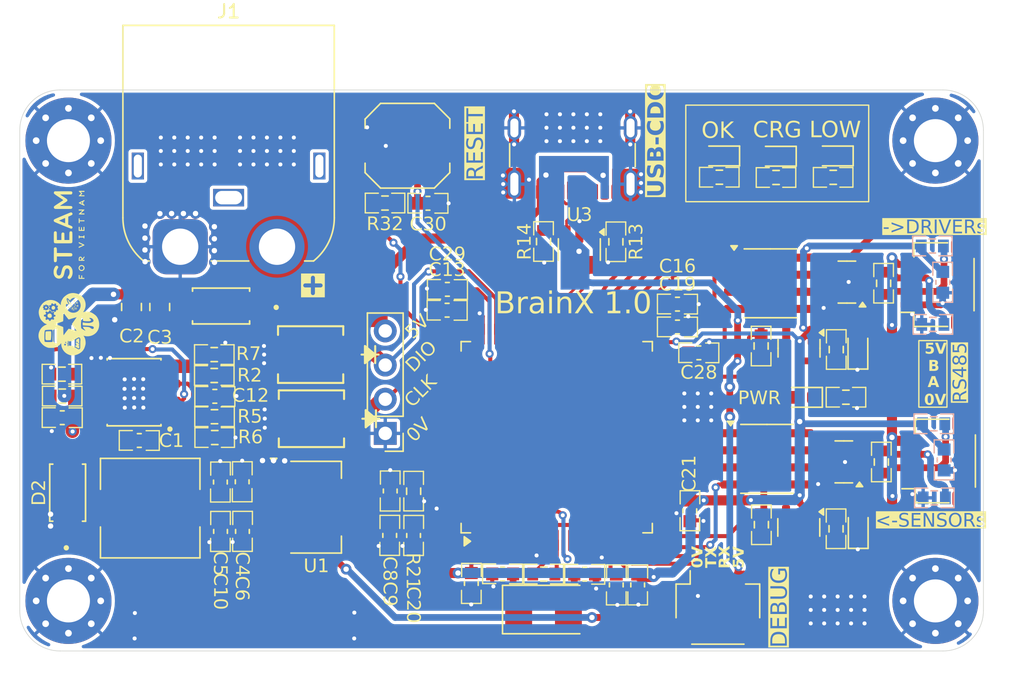
<source format=kicad_pcb>
(kicad_pcb (version 20240108) (generator "pcbnew") (generator_version "8.0")
  (layers (0 "F.Cu" signal) (31 "B.Cu" signal) (34 "B.Paste" user) (35 "F.Paste" user) (36 "B.SilkS" user "B.Silkscreen") (37 "F.SilkS" user "F.Silkscreen") (38 "B.Mask" user) (39 "F.Mask" user) (44 "Edge.Cuts" user))
  (net 0 "")
  (net 1 "Net-(U2-BST)")
  (net 2 "Net-(D2-K)")
  (net 3 "VIN")
  (net 4 "GND")
  (net 5 "VBUS")
  (net 6 "+3.3V")
  (net 7 "Net-(C12-Pad2)")
  (net 8 "HSE_OUT")
  (net 9 "HSE_IN")
  (net 10 "Net-(U5-VCAP_1)")
  (net 11 "Net-(U5-VCAP_2)")
  (net 12 "NRST")
  (net 13 "Net-(D4-A)")
  (net 14 "Net-(D5-A)")
  (net 15 "Net-(J2-CC2)")
  (net 16 "/USB_D1-")
  (net 18 "/USB_D1+")
  (net 19 "Net-(J2-CC1)")
  (net 21 "SWCLK")
  (net 22 "SWDIO")
  (net 23 "B1")
  (net 24 "A1")
  (net 25 "A2")
  (net 26 "B2")
  (net 27 "UART4_RX")
  (net 28 "UART4_TX")
  (net 29 "Net-(Q2-E)")
  (net 30 "USART3_TX")
  (net 31 "Net-(Q3-E)")
  (net 32 "USART2_RX")
  (net 33 "Net-(U2-FB)")
  (net 34 "Net-(U2-EN)")
  (net 35 "Net-(U2-COMP)")
  (net 36 "Net-(U2-FREQ)")
  (net 39 "OK")
  (net 40 "USART2_TX")
  (net 41 "DE_2")
  (net 42 "Net-(U5-BOOT0)")
  (net 43 "/USB_CON_D1-")
  (net 44 "/USB_CON_D1+")
  (net 45 "DE_3")
  (net 60 "Net-(D1-K)")
  (net 68 "RE_3")
  (net 74 "USART3_RX")
  (net 77 "CRG")
  (net 86 "USB_OTG_ID")
  (net 97 "LOW")
  (net 109 "Net-(D3-K)")
  (net 110 "Net-(D6-K)")
  (net 111 "Net-(D7-A)")
  (net 115 "Net-(D8-K)")
  (net 116 "RE_2")
  (net 117 "Net-(Q2-B)")
  (net 118 "Net-(Q3-B)")
  (footprint "Resistor_SMD:R_0603_1608Metric" (layer "F.Cu") (at 219.3125 90.2775 -90)
    (property "Reference" "R31" (hide yes))
    (property "Value" "470" (hide yes))
  )
  (footprint "Connector_JST:JST_SH_SM04B-SRSS-TB_1x04-1MP_P1.00mm_Horizontal" (layer "F.Cu") (at 210.525 96.17)
    (property "Reference" "J6" (hide yes))
    (property "Value" "Screw_Terminal_01x04" (hide yes))
  )
  (footprint "Resistor_SMD:R_0603_1608Metric" (layer "F.Cu") (at 197.58 93.64)
    (property "Reference" "R15" (hide yes))
    (property "Value" "1M" (hide yes))
  )
  (footprint "Resistor_SMD:R_0603_1608Metric" (layer "F.Cu") (at 213.76 89.97 90)
    (property "Reference" "R12" (hide yes))
    (property "Value" "100")
  )
  (footprint "Resistor_SMD:R_0603_1608Metric" (layer "F.Cu") (at 187.9 87.48 -90)
    (property "Reference" "R21" (hide yes))
    (property "Value" "10k" (hide yes))
  )
  (footprint "Capacitor_SMD:C_0603_1608Metric" (layer "F.Cu") (at 173.54 90.47 90)
    (property "Reference" "C10" (hide yes))
    (property "Value" "22uF" (hide yes))
  )
  (footprint "LED_SMD:LED_0603_1608Metric" (layer "F.Cu") (at 214.865 62.57 180)
    (property "Reference" "D6" (hide yes))
    (property "Value" "BLUE" (hide yes))
  )
  (footprint "Capacitor_SMD:C_0603_1608Metric" (layer "F.Cu") (at 175.17 90.47 -90)
    (property "Reference" "C6" (hide yes))
    (property "Value" "10uF" (hide yes))
  )
  (footprint "Capacitor_SMD:C_0603_1608Metric" (layer "F.Cu") (at 209.11 77.19)
    (property "Reference" "C28")
    (property "Value" "2.2uF" (hide yes))
  )
  (footprint "Capacitor_SMD:C_0603_1608Metric" (layer "F.Cu") (at 175.15 86.78 -90)
    (property "Reference" "C4" (hide yes))
    (property "Value" "100nF" (hide yes))
  )
  (footprint "Capacitor_SMD:C_0603_1608Metric" (layer "F.Cu") (at 161.77 82.015)
    (property "Reference" "C11" (hide yes))
    (property "Value" "10uF" (hide yes))
  )
  (footprint "Resistor_SMD:R_0603_1608Metric" (layer "F.Cu") (at 219.3275 76.9475 -90)
    (property "Reference" "R30" (hide yes))
    (property "Value" "470" (hide yes))
  )
  (footprint "Package_TO_SOT_SMD:SOT-23" (layer "F.Cu") (at 216.5425 90.175 -90)
    (property "Reference" "Q3" (hide yes))
    (property "Value" "PNP" (hide yes))
  )
  (footprint "Connector_JST:JST_SH_SM04B-SRSS-TB_1x04-1MP_P1.00mm_Horizontal" (layer "F.Cu") (at 226.99 85.235 90)
    (property "Reference" "J4" (hide yes))
    (property "Value" "RS485_1" (hide yes))
  )
  (footprint "MountingHole:MountingHole_3.2mm_M3_Pad_Via" (layer "F.Cu") (at 226.7 95.637056)
    (property "Reference" "H2" (hide yes))
    (property "Value" "MountingHole_Pad" (hide yes))
  )
  (footprint "Package_TO_SOT_SMD:SOT-23" (layer "F.Cu") (at 220.12 71.93 180)
    (property "Reference" "D9" (hide yes))
    (property "Value" "SM712" (hide yes))
  )
  (footprint "LED_SMD:LED_0603_1608Metric" (layer "F.Cu") (at 210.6525 62.55 180)
    (property "Reference" "D3" (hide yes))
    (property "Value" "GREEN" (hide yes))
  )
  (footprint "Button_Switch_SMD:SW_Push_1TS009xxxx-xxxx-xxxx_6x6x5mm" (layer "F.Cu") (at 187.44 61.79)
    (property "Reference" "SW1" (hide yes))
    (property "Value" "~" (hide yes))
  )
  (footprint "Capacitor_SMD:C_0603_1608Metric" (layer "F.Cu") (at 200.62 93.65 180)
    (property "Reference" "C15" (hide yes))
    (property "Value" "20pF" (hide yes))
  )
  (footprint "MountingHole:MountingHole_3.2mm_M3_Pad_Via" (layer "F.Cu") (at 162.23 61.41)
    (property "Reference" "H3" (hide yes))
    (property "Value" "MountingHole_Pad" (hide yes))
  )
  (footprint "Resistor_SMD:R_0603_1608Metric" (layer "F.Cu") (at 185.77 66.05 180)
    (property "Reference" "R32")
    (property "Value" "10k" (hide yes))
  )
  (footprint "Package_TO_SOT_SMD:SOT-223-3_TabPin2" (layer "F.Cu") (at 180.62 88.67)
    (property "Reference" "U1")
    (property "Value" "AMS1117CD-3.3" (hide yes))
  )
  (footprint "MountingHole:MountingHole_3.2mm_M3_Pad_Via" (layer "F.Cu") (at 226.7 61.41)
    (property "Reference" "H1" (hide yes))
    (property "Value" "MountingHole_Pad" (hide yes))
  )
  (footprint "Connector_USB:USB_C_Receptacle_GCT_USB4105-xx-A_16P_TopMnt_Horizontal" (layer "F.Cu") (at 199.71 61.54 180)
    (property "Reference" "J2" (hide yes))
    (property "Value" "USB_C_Receptacle_USB2.0_16P" (hide yes))
  )
  (footprint "Resistor_SMD:R_0603_1608Metric" (layer "F.Cu") (at 161.75 78.775)
    (property "Reference" "R9" (hide yes))
    (property "Value" "100k" (hide yes))
  )
  (footprint "Capacitor_SMD:C_0603_1608Metric" (layer "F.Cu") (at 173.115 80.425 180)
    (property "Reference" "C12")
    (property "Value" "150pF" (hide yes))
  )
  (footprint "Capacitor_SMD:C_0603_1608Metric" (layer "F.Cu") (at 202.97 94.45 -90)
    (property "Reference" "C17" (hide yes))
    (property "Value" "100nF" (hide yes))
  )
  (footprint "Crystal:Crystal_SMD_5032-2Pin_5.0x3.2mm" (layer "F.Cu") (at 197.56 96.28)
    (property "Reference" "Y1" (hide yes))
    (property "Value" "8MHz" (hide yes))
  )
  (footprint "Resistor_SMD:R_0603_1608Metric" (layer "F.Cu") (at 202.94 68.935 -90)
    (property "Reference" "R13")
    (property "Value" "5k1" (hide yes))
  )
  (footprint "Connector_JST:JST_SH_SM04B-SRSS-TB_1x04-1MP_P1.00mm_Horizontal" (layer "F.Cu") (at 226.89 72.12 90)
    (property "Reference" "J5" (hide yes))
    (property "Value" "RS485_2" (hide yes))
  )
  (footprint "Resistor_SMD:R_0603_1608Metric" (layer "F.Cu") (at 220.045 80.49 180)
    (property "Reference" "R10" (hide yes))
    (property "Value" "1k" (hide yes))
  )
  (footprint "Package_SO:SOIC-8_3.9x4.9mm_P1.27mm" (layer "F.Cu") (at 214.43 72.02)
    (property "Reference" "U7" (hide yes))
    (property "Value" "MAX3485" (hide yes))
  )
  (footprint "Capacitor_SMD:C_0603_1608Metric" (layer "F.Cu") (at 167.5 83.71)
    (property "Reference" "C1")
    (property "Value" "100nF" (hide yes))
  )
  (footprint "Capacitor_SMD:C_0603_1608Metric" (layer "F.Cu") (at 186.12 90.7675 -90)
    (property "Reference" "C9" (hide yes))
    (property "Value" "0.1uF" (hide yes))
  )
  (footprint "1_my_custom_library:SMLVT3V3" (layer "F.Cu") (at 180.24 77.32 180)
    (property "Reference" "CR1" (hide yes))
    (property "Value" "SMLVT3V3")
  )
  (footprint "LED_SMD:LED_0603_1608Metric" (layer "F.Cu") (at 220.96 90.2475 90)
    (property "Reference" "D5" (hide yes))
    (property "Value" "GREEN" (hide yes))
  )
  (footprint "Capacitor_SMD:C_0603_1608Metric" (layer "F.Cu") (at 207.52 75.27)
    (property "Reference" "C19")
    (property "Value" "100nF" (hide yes))
  )
  (footprint "LED_SMD:LED_0603_1608Metric" (layer "F.Cu") (at 216.8075 80.5 180)
    (property "Reference" "D8" (hide yes))
    (property "Value" "RED" (hide yes))
  )
  (footprint "Connector_PinHeader_2.54mm:PinHeader_1x04_P2.54mm_Vertical" (layer "F.Cu") (at 185.79 83.18 180)
    (property "Reference" "J3" (hide yes))
    (property "Value" "Screw_Terminal_01x04" (hide yes))
  )
  (footprint "Capacitor_SMD:C_0603_1608Metric" (layer "F.Cu") (at 204.56 94.45 -90)
    (property "Reference" "C14" (hide yes))
    (property "Value" "100nF" (hide yes))
  )
  (footprint "Resistor_SMD:R_0603_1608Metric" (layer "F.Cu") (at 214.8525 64.15)
    (property "Reference" "R8" (hide yes))
    (property "Value" "470" (hide yes))
  )
  (footprint "1_my_custom_library:SMLVT3V3" (layer "F.Cu") (at 180.3 82.09 180)
    (property "Reference" "CR2" (hide yes))
    (property "Value" "SMLVT3V3")
  )
  (footprint "Resistor_SMD:R_0603_1608Metric" (layer "F.Cu") (at 173.11 83.49)
    (property "Reference" "R6")
    (property "Value" "24.9k" (hide yes))
  )
  (footprint "MountingHole:MountingHole_3.2mm_M3_Pad_Via" (layer "F.Cu") (at 162.23 95.637056)
    (property "Reference" "H4" (hide yes))
    (property "Value" "MountingHole_Pad" (hide yes))
  )
  (footprint "Capacitor_SMD:C_0603_1608Metric" (layer "F.Cu") (at 188.965 66.07)
    (property "Reference" "C30")
    (property "Value" "100nF" (hide yes))
  )
  (footprint "Capacitor_SMD:C_0603_1608Metric" (layer "F.Cu") (at 187.895667 90.773167 -90)
    (property "Reference" "C20" (hide yes))
    (property "Value" "100mF" (hide yes))
  )
  (footprint "Resistor_SMD:R_0603_1608Metric" (layer "F.Cu") (at 219.1025 64.14)
    (property "Reference" "R1" (hide yes))
    (property "Value" "470" (hide yes))
  )
  (footprint "Capacitor_SMD:C_0603_1608Metric" (layer "F.Cu") (at 194.52 93.63)
    (property "Reference" "C7" (hide yes))
    (property "Value" "20pF" (hide yes))
  )
  (footprint "Capacitor_SMD:C_0603_1608Metric" (layer "F.Cu") (at 190.41 72.47 180)
    (property "Reference" "C29")
    (property "Value" "2.2uF" (hide yes))
  )
  (footprint "Connector_AMASS:AMASS_XT60IPW-M_1x03_P7.20mm_Horizontal" (layer "F.Cu") (at 170.54 69.3)
    (property "Reference" "J1")
    (property "Value" "VH-3.96-HOR" (hide yes))
  )
  (footprint "Inductor_SMD:L_7.3x7.3_H4.5" (layer "F.Cu") (at 168.31 88.74)
    (property "Reference" "L1" (hide yes))
    (property "Value" "15uH" (hide yes))
  )
  (footprint "Capacitor_SMD:C_0603_1608Metric" (layer "F.Cu") (at 207.52 73.57)
    (property "Reference" "C16")
    (property "Value" "100nF" (hide yes))
  )
  (footprint "LED_SMD:LED_0603_1608Metric" (layer "F.Cu") (at 219.1 62.55 180)
    (property "Reference" "D1" (hide yes))
    (property "Value" "RED" (hide yes))
  )
  (footprint "LED_SMD:LED_0603_1608Metric" (layer "F.Cu") (at 220.9375 76.9125 90)
    (property "Reference" "D4" (hide yes))
    (property "Value" "GREEN" (hide yes))
  )
  (footprint "Capacitor_SMD:C_0603_1608Metric" (layer "F.Cu") (at 190.39 74.02 180)
    (property "Reference" "C13" (hide yes))
    (property "Value" "1uF" (hide yes))
  )
  (footprint "Resistor_SMD:R_0603_1608Metric" (layer "F.Cu") (at 210.635 64.13)
    (property "Reference" "R3" (hide yes))
    (property "Value" "470" (hide yes))
  )
  (footprint "Resistor_SMD:R_0603_1608Metric" (layer "F.Cu") (at 222.85 72.02 -90)
    (property "Reference" "R22" (hide yes))
    (property "Value" "120" (hide yes))
  )
  (footprint "Capacitor_SMD:C_0805_2012Metric" (layer "F.Cu") (at 169.02 73.78 -90)
    (property "Reference" "C3")
    (property "Value" "100nF" (hide yes))
  )
  (footprint "Capacitor_SMD:C_0603_1608Metric" (layer "F.Cu") (at 208.44 88.935 -90)
    (property "Reference" "C21")
    (property "Value" "100nF" (hide yes))
  )
  (footprint "Package_QFP:LQFP-100_14x14mm_P0.5mm" (layer "F.Cu") (at 198.54 83.465 90)
    (property "Reference" "U5" (hide yes))
    (property "Value" "STM32F407VETx" (hide yes))
  )
  (footprint "1_my_custom_library:SS34_SMA" (layer "F.Cu") (at 162.17 87.59 90)
    (property "Reference" "D2")
    (property "Value" "SS34" (hide yes))
  )
  (footprint "Resistor_SMD:R_0603_1608Metric" (layer "F.Cu") (at 173.09 81.94 180)
    (property "Reference" "R5")
    (property "Value" "100k" (hide yes))
  )
  (footprint "Capacitor_SMD:C_0805_2012Metric" (layer "F.Cu") (at 166.92 73.78 -90)
    (property "Reference" "C2")
    (property "Value" "10uF" (hide yes))
  )
  (footprint "Package_TO_SOT_SMD:SOT-23" (layer "F.Cu") (at 216.56 76.8525 -90)
    (property "Reference" "Q2" (hide yes))
    (property "Value" "PNP" (hide yes))
  )
  (footprint "Capacitor_SMD:C_0603_1608Metric" (layer "F.Cu") (at 192.19 94.34 -90)
    (property "Reference" "C18" (hide yes))
    (property "Value" "100nF" (hide yes))
  )
  (footprint "Resistor_SMD:R_0603_1608Metric" (layer "F.Cu") (at 197.56 68.915 -90)
    (property "Reference" "R14")
    (property "Value" "5k1" (hide yes))
  )
  (footprint "Capacitor_SMD:C_0603_1608Metric" (layer "F.Cu") (at 186.16 87.4625 90)
    (property "Reference" "C8" (hide yes))
    (property "Value" "10uF" (hide yes))
  )
  (footprint "1_my_custom_library:SS34_SMA" (layer "F.Cu") (at 173.58 73.71 180)
    (property "Reference" "D7" (hide yes))
    (property "Value" "SS34" (hide yes))
  )
  (footprint "Package_SO:SOIC-8_3.9x4.9mm_P1.27mm" (layer "F.Cu") (at 214.175 85.075)
    (property "Reference" "U4" (hide yes))
    (property "Value" "MAX3485" (hide yes))
  )
  (footprint "Package_TO_SOT_SMD:SOT-23" (layer "F.Cu") (at 219.89 85.3 180)
    (property "Reference" "D10" (hide yes))
    (property "Value" "SM712" (hide yes))
  )
  (footprint "Resistor_SMD:R_0603_1608Metric" (layer "F.Cu") (at 213.74 76.68 90)
    (property "Reference" "R11" (hide yes))
    (property "Value" "100")
  )
  (footprint "1_my_custom_library:MP1584EN" (layer "F.Cu") (at 167.11 80.12 180)
    (property "Reference" "U2" (hide yes))
    (property "Value" "MP1584EN" (hide yes))
  )
  (footprint "Resistor_SMD:R_0603_1608Metric" (layer "F.Cu") (at 173.07 77.32 180)
    (property "Reference" "R7")
    (property "Value" "40.2k" (hide yes))
  )
  (footprint "Resistor_SMD:R_0603_1608Metric" (layer "F.Cu") (at 222.68 85.31 -90)
    (property "Reference" "R29" (hide yes))
    (property "Value" "120" (hide yes))
  )
  (footprint "pretty:s4v-1" (layer "F.Cu") (at 162.42 71.56 90)
    (property "Reference" "G***" (hide yes))
    (property "Value" "LOGO" (hide yes))
  )
  (footprint "Package_TO_SOT_SMD:SOT-23-6" (layer "F.Cu") (at 200.2225 69.51 -90)
    (property "Reference" "U3")
    (property "Value" "USBLC6-2SC6" (hide yes))
  )
  (footprint "Resistor_SMD:R_0603_1608Metric" (layer "F.Cu") (at 161.77 80.405)
    (property "Reference" "R4" (hide yes))
    (property "Value" "100k" (hide yes))
  )
  (footprint "Capacitor_SMD:C_0603_1608Metric" (layer "F.Cu") (at 173.53 86.8 -90)
    (property "Reference" "C5" (hide yes))
    (property "Value" "22uF" (hide yes))
  )
  (footprint "Resistor_SMD:R_0603_1608Metric" (layer "F.Cu") (at 173.07 78.875 180)
    (property "Reference" "R2")
    (property "Value" "210k" (hide yes))
  )
  (footprint "Resistor_SMD:R_0603_1608Metric" (layer "B.Cu") (at 226.51 75.075 180)
    (property "Reference" "R20" (hide yes))
    (property "Value" "1k" (hide yes))
  )
  (footprint "Capacitor_SMD:C_0603_1608Metric" (layer "B.Cu") (at 227.35 85.155 -90)
    (property "Reference" "C27" (hide yes))
    (property "Value" "1uF" (hide yes))
  )
  (footprint "Resistor_SMD:R_0603_1608Metric" (layer "B.Cu") (at 226.615 87.975 180)
    (property "Reference" "R28" (hide yes))
    (property "Value" "1k" (hide yes))
  )
  (footprint "Capacitor_SMD:C_0603_1608Metric" (layer "B.Cu") (at 227.25 71.945 -90)
    (property "Reference" "C24" (hide yes))
    (property "Value" "1uF" (hide yes))
  )
  (footprint "Resistor_SMD:R_0603_1608Metric" (layer "B.Cu") (at 226.575 82.465 180)
    (property "Reference" "R27" (hide yes))
    (property "Value" "1k" (hide yes))
  )
  (footprint "Resistor_SMD:R_0603_1608Metric" (layer "B.Cu") (at 226.47 69.245 180)
    (property "Reference" "R19" (hide yes))
    (property "Value" "1k" (hide yes))
  )
  (gr_poly (pts (xy 161.25 86.78) (xy 164.22 86.78) (xy 164.22 90.03) (xy 166.01 90.03) (xy 166.02 86.01) (xy 167.29 85.62) (xy 169.23 85.62) (xy 170.4 84.15) (xy 170.4 81.56) (xy 168.78 81.56) (xy 168.78 82.5) (xy 168.27 82.91) (xy 167.76 82.91) (xy 167.76 84.67) (xy 163.99 84.67) (xy 163.59 84.11) (xy 161.25 84.11)) (fill solid) (layer "F.Cu") (net 2))
  (gr_poly (pts (xy 193.87 65.73) (xy 196.77 65.73) (xy 196.77 63.43) (xy 193.87 63.43)) (fill solid) (layer "F.Cu") (net 4))
  (gr_poly (pts (xy 177.09 66.29) (xy 174.38 68.22) (xy 174.39 74.45) (xy 177.33 74.45) (xy 177.33 72.71) (xy 180.63 70.77) (xy 180.63 66.29)) (fill solid) (layer "F.Cu") (net 111))
  (gr_poly (pts (xy 176.5 78.51) (xy 179.49 78.5) (xy 179.5 76.28) (xy 176.51 76.28)) (fill solid) (layer "F.Cu") (net 4))
  (gr_poly (pts (xy 160.35 91) (xy 163.17 91) (xy 163.17 88.31) (xy 160.35 88.31)) (fill solid) (layer "F.Cu") (net 4))
  (gr_poly (pts (xy 166.16 73.58) (xy 170.31 73.57) (xy 170.31 74.64) (xy 173.02 74.64) (xy 173.02 72.27) (xy 166.16 72.27)) (fill solid) (layer "F.Cu") (net 3))
  (gr_poly (pts (xy 176.36 83.53) (xy 179.45 83.52) (xy 179.45 80.7) (xy 176.36 80.7)) (fill solid) (layer "F.Cu") (net 4))
  (gr_poly (pts (xy 202.66 66.3) (xy 205.56 66.3) (xy 205.56 63.5) (xy 202.66 63.5)) (fill solid) (layer "F.Cu") (net 4))
  (gr_poly (pts (xy 201.8 64.56) (xy 200.72 63.73) (xy 199.09 63.73) (xy 199.09 67.68) (xy 200.97 69.54) (xy 200.97 72.48) (xy 198.83 72.49) (xy 198.83 69.61) (xy 197.22 67.98) (xy 197.22 62.55) (xy 202.42 62.55) (xy 202.42 65.73) (xy 201.8 65.73)) (fill solid) (layer "B.Cu") (net 5))
  (gr_rect (start 208.14 58.77) (end 221.74 65.95) (stroke (width 0.1)) (fill none) (layer "F.SilkS"))
  (gr_rect (start 225.47 76.28) (end 227.56 81.23) (stroke (width 0.1)) (fill none) (layer "F.SilkS"))
  (gr_arc (start 161.61 99.36) (mid 159.48868 98.48132) (end 158.61 96.36) (stroke (width 0.05)) (layer "Edge.Cuts"))
  (gr_line (start 161.61 57.64) (end 227.27 57.64) (stroke (width 0.05)) (layer "Edge.Cuts"))
  (gr_arc (start 158.61 60.64) (mid 159.48868 58.51868) (end 161.61 57.64) (stroke (width 0.05)) (layer "Edge.Cuts"))
  (gr_arc (start 227.27 57.64) (mid 229.39132 58.51868) (end 230.27 60.64) (stroke (width 0.05)) (layer "Edge.Cuts"))
  (gr_line (start 158.61 96.36) (end 158.61 60.64) (stroke (width 0.05)) (layer "Edge.Cuts"))
  (gr_arc (start 230.27 96.36) (mid 229.39132 98.48132) (end 227.27 99.36) (stroke (width 0.05)) (layer "Edge.Cuts"))
  (gr_line (start 227.27 99.36) (end 161.61 99.36) (stroke (width 0.05)) (layer "Edge.Cuts"))
  (gr_line (start 230.27 60.64) (end 230.27 96.36) (stroke (width 0.05)) (layer "Edge.Cuts"))
  (gr_text "CLK" (at 187.91 81.43 45) (layer "F.SilkS") (effects (font (size 1 1)) (justify left bottom)))
  (gr_text "C9" (at 186.085667 95.123167 270) (layer "F.SilkS") (effects (font (size 1 1))))
  (gr_text "USB-CDC" (at 206.69 65.63 90) (layer "F.SilkS" knockout) (effects (font (size 1.2 1.2) (thickness 0.2) (bold yes)) (justify left bottom)))
  (gr_text "C4" (at 175.11 92.91 270) (layer "F.SilkS") (effects (font (size 1 1))))
  (gr_text "RESET" (at 193.25 64.38 90) (layer "F.SilkS" knockout) (effects (font (size 1.2 1.2)) (justify left bottom)))
  (gr_text "->DRIVERs" (at 222.79 68.47 0) (layer "F.SilkS" knockout) (effects (font (size 1 1)) (justify left bottom)))
  (gr_text "CRG" (at 213.12 61.37 0) (layer "F.SilkS") (effects (font (size 1.2 1.2)) (justify left bottom)))
  (gr_text "C6\n" (at 175.09 94.71 270) (layer "F.SilkS") (effects (font (size 1 1))))
  (gr_text "C8\n" (at 186.08 93.25 270) (layer "F.SilkS") (effects (font (size 1 1))))
  (gr_text "BrainX 1.0" (at 193.94 74.52 0) (layer "F.SilkS") (effects (font (size 1.6 1.6) (thickness 0.25)) (justify left bottom)))
  (gr_text "C20" (at 187.83 95.93 270) (layer "F.SilkS") (effects (font (size 1 1))))
  (gr_text "B" (at 226.15 78.67 0) (layer "F.SilkS") (effects (font (size 0.8 0.8) (thickness 0.2) (bold yes)) (justify left bottom)))
  (gr_text "5V" (at 212.581262 93.2225 90) (layer "F.SilkS") (effects (font (size 0.8 0.8) (thickness 0.2) (bold yes)) (justify left bottom)))
  (gr_text "LOW" (at 217.32 61.36 0) (layer "F.SilkS") (effects (font (size 1.2 1.2)) (justify left bottom)))
  (gr_text "5V" (at 187.96 76.34 45) (layer "F.SilkS") (effects (font (size 1 1)) (justify left bottom)))
  (gr_text "DIO" (at 187.99 78.82 45) (layer "F.SilkS") (effects (font (size 1 1)) (justify left bottom)))
  (gr_text "C5" (at 173.47 92.87 270) (layer "F.SilkS") (effects (font (size 1 1))))
  (gr_text "A" (at 226.12 79.87 0) (layer "F.SilkS") (effects (font (size 0.8 0.8) (thickness 0.2) (bold yes)) (justify left bottom)))
  (gr_text "DEBUG" (at 215.855 99.13 90) (layer "F.SilkS" knockout) (effects (font (size 1.2 1.2)) (justify left bottom)))
  (gr_text "C10" (at 173.48 94.93 270) (layer "F.SilkS") (effects (font (size 1 1))))
  (gr_text "0V" (at 225.86 81.19 0) (layer "F.SilkS") (effects (font (size 0.8 0.8) (thickness 0.2) (bold yes)) (justify left bottom)))
  (gr_text "OK" (at 209.3 61.41 0) (layer "F.SilkS") (effects (font (size 1.2 1.2)) (justify left bottom)))
  (gr_text "RS485" (at 229.17 80.93 90) (layer "F.SilkS" knockout) (effects (font (size 1 1)) (justify left bottom)))
  (gr_text "0V" (at 209.511262 93.2025 90) (layer "F.SilkS") (effects (font (size 0.8 0.8) (thickness 0.2) (bold yes)) (justify left bottom)))
  (gr_text "C13" (at 190.38 71.06 0) (layer "F.SilkS") (effects (font (size 1 1))))
  (gr_text "PWR" (at 212.015 81.18 0) (layer "F.SilkS") (effects (font (size 1 1)) (justify left bottom)))
  (gr_text "0V" (at 188.06 84.01 45) (layer "F.SilkS") (effects (font (size 1 1)) (justify left bottom)))
  (gr_text "5V" (at 225.89 77.39 0) (layer "F.SilkS") (effects (font (size 0.8 0.8) (thickness 0.2) (bold yes)) (justify left bottom)))
  (gr_text "<-SENSORs" (at 222.24 90.29 0) (layer "F.SilkS" knockout) (effects (font (size 1 1)) (justify left bottom)))
  (gr_text "TX" (at 210.531262 93.1925 90) (layer "F.SilkS") (effects (font (size 0.8 0.8) (thickness 0.2) (bold yes)) (justify left bottom)))
  (gr_text "RX" (at 211.53 93.24 90) (layer "F.SilkS") (effects (font (size 0.8 0.8) (thickness 0.2) (bold yes)) (justify left bottom)))
  (gr_text "R21" (at 187.8 93.42 270) (layer "F.SilkS") (effects (font (size 1 1))))
  (segment (start 165.37 83.71) (end 164.635 82.975) (width 0.5) (layer "F.Cu") (net 1))
  (segment (start 164.635 82.975) (end 164.635 82.025) (width 0.5) (layer "F.Cu") (net 1))
  (segment (start 166.725 83.71) (end 165.37 83.71) (width 0.5) (layer "F.Cu") (net 1))
  (segment (start 169.3 83.6) (end 169.299138 83.599138) (width 0.5) (layer "F.Cu") (net 2))
  (segment (start 169.93379 82.37379) (end 169.93379 83.036411) (width 0.5) (layer "F.Cu") (net 2))
  (segment (start 169.299138 83.599138) (end 168.385862 83.599138) (width 0.5) (layer "F.Cu") (net 2))
  (segment (start 168.385862 83.599138) (end 168.385 83.6) (width 0.5) (layer "F.Cu") (net 2))
  (segment (start 169.585 82.025) (end 169.93379 82.37379) (width 0.5) (layer "F.Cu") (net 2))
  (segment (start 168.27 83.715) (end 168.275 83.71) (width 0.75) (layer "F.Cu") (net 2))
  (arc (start 169.93379 83.036411) (mid 169.72313 83.438483) (end 169.3 83.6) (width 0.5) (layer "F.Cu") (net 2))
  (arc (start 168.385 83.6) (mid 168.307218 83.632218) (end 168.275 83.71) (width 0.5) (layer "F.Cu") (net 2))
  (segment (start 164.635 80.755) (end 162.695 80.755) (width 0.75) (layer "F.Cu") (net 3))
  (segment (start 169.02 72.83) (end 170.635 72.83) (width 1) (layer "F.Cu") (net 3))
  (segment (start 162.525 82.035) (end 162.525 83.025) (width 1) (layer "F.Cu") (net 3))
  (segment (start 161.935 80.405) (end 161.92 80.39) (width 0.75) (layer "F.Cu") (net 3))
  (segment (start 162.595 80.405) (end 162.58 80.42) (width 0.75) (layer "F.Cu") (net 3))
  (segment (start 164.195 80.975) (end 163.185 80.975) (width 0.5) (layer "F.Cu") (net 3))
  (segment (start 170.635 72.83) (end 171.515 73.71) (width 1) (layer "F.Cu") (net 3))
  (segment (start 166.91 72.84) (end 166.92 72.83) (width 0.75) (layer "F.Cu") (net 3))
  (segment (start 165.58 72.84) (end 166.91 72.84) (width 0.75) (layer "F.Cu") (net 3))
  (segment (start 162.58 80.42) (end 162.58 82.135) (width 0.75) (layer "F.Cu") (net 3))
  (segment (start 166.92 72.83) (end 169.02 72.83) (width 1) (layer "F.Cu") (net 3))
  (segment (start 162.595 80.405) (end 161.935 80.405) (width 0.75) (layer "F.Cu") (net 3))
  (segment (start 162.545 82.015) (end 162.525 82.035) (width 1) (layer "F.Cu") (net 3))
  (via (at 162.54 83.04) (size 0.6) (drill 0.3) (layers "F.Cu" "B.Cu") (net 3))
  (via (at 165.58 72.84) (size 0.8) (drill 0.4) (layers "F.Cu" "B.Cu") (net 3))
  (via (at 161.92 80.39) (size 0.6) (drill 0.3) (layers "F.Cu" "B.Cu") (net 3))
  (segment (start 161.92 74.97) (end 164.05 72.84) (width 1) (layer "B.Cu") (net 3))
  (segment (start 161.92 80.39) (end 161.94 80.37) (width 1) (layer "B.Cu") (net 3))
  (segment (start 161.94 74.99) (end 161.92 74.97) (width 1) (layer "B.Cu") (net 3))
  (segment (start 161.94 80.37) (end 161.94 74.99) (width 1) (layer "B.Cu") (net 3))
  (segment (start 164.05 72.84) (end 165.58 72.84) (width 1) (layer "B.Cu") (net 3))
  (segment (start 195.39 60.465) (end 195.37 60.485) (width 0.75) (layer "F.Cu") (net 4))
  (segment (start 189.74 66.07) (end 190.5 66.07) (width 0.5) (layer "F.Cu") (net 4))
  (segment (start 207.446093 89.115) (end 207.296093 88.965) (width 0.3) (layer "F.Cu") (net 4))
  (segment (start 188.605 88.305) (end 188.68 88.23) (width 0.3) (layer "F.Cu") (net 4))
  (segment (start 192.18 95.125) (end 192.19 95.115) (width 0.5) (layer "F.Cu") (net 4))
  (segment (start 227.11 73.62) (end 224.89 73.62) (width 0.5) (layer "F.Cu") (net 4))
  (segment (start 220.93 91.065) (end 220.96 91.035) (width 0.5) (layer "F.Cu") (net 4))
  (segment (start 204 60.435) (end 204 59.24) (width 0.75) (layer "F.Cu") (net 4))
  (segment (start 203 70.15) (end 203 69.825) (width 0.3) (layer "F.Cu") (net 4))
  (segment (start 207.296093 88.965) (end 206.215 88.965) (width 0.3) (layer "F.Cu") (net 4))
  (segment (start 189.750648 88.965) (end 189.61 88.77) (width 0.3) (layer "F.Cu") (net 4))
  (segment (start 220.87 80.49) (end 220.87 81.3) (width 0.3) (layer "F.Cu") (net 4))
  (segment (start 208.32 74.48) (end 208.32 75.245) (width 0.3) (layer "F.Cu") (net 4))
  (segment (start 209.88 76.4) (end 209.885 76.405) (width 0.3) (layer "F.Cu") (net 4))
  (segment (start 173.53 86.025) (end 173.53 85.25) (width 0.5) (layer "F.Cu") (net 4))
  (segment (start 204.03 60.465) (end 204 60.435) (width 0.75) (layer "F.Cu") (net 4))
  (segment (start 192.18 95.9) (end 192.18 95.125) (width 0.5) (layer "F.Cu") (net 4))
  (segment (start 209.031262 95.261262) (end 209.031262 94.5525) (width 0.3) (layer "F.Cu") (net 4))
  (segment (start 174.721743 80.4) (end 174.185 80.4) (width 0.3) (layer "F.Cu") (net 4))
  (segment (start 173.53 85.25) (end 173.52 85.24) (width 0.5) (layer "F.Cu") (net 4))
  (segment (start 165.32 77.57) (end 163.95 77.57) (width 0.5) (layer "F.Cu") (net 4))
  (segment (start 216.65 86.98) (end 217.95 86.98) (width 0.5) (layer "F.Cu") (net 4))
  (segment (start 204.01 60.485) (end 204.01 61.69) (width 0.75) (layer "F.Cu") (net 4))
  (segment (start 184.44 61.79) (end 184.44 60.42) (width 0.75) (layer "F.Cu") (net 4))
  (segment (start 184.44 61.79) (end 185.82 61.79) (width 0.75) (layer "F.Cu") (net 4))
  (segment (start 220.93 91.8) (end 220.93 91.065) (width 0.5) (layer "F.Cu") (net 4))
  (segment (start 218.315 73.925) (end 218.39 73.85) (width 0.5) (layer "F.Cu") (net 4))
  (segment (start 164.64 77.56) (end 164.64 78.21) (width 0.5) (layer "F.Cu") (net 4))
  (segment (start 188.84 74.02) (end 188.81 73.99) (width 0.3) (layer "F.Cu") (net 4))
  (segment (start 165.28 77.57) (end 164.635 78.215) (width 0.5) (layer "F.Cu") (net 4))
  (segment (start 192.18 95.9) (end 192.18 95.89) (width 0.5) (layer "F.Cu") (net 4))
  (segment (start 197.61 69.785) (end 197.63 69.765) (width 0.3) (layer "F.Cu") (net 4))
  (segment (start 224.97 73.7) (end 224.97 74.32) (width 0.5) (layer "F.Cu") (net 4))
  (segment (start 201.47 93.725) (end 201.395 93.65) (width 0.5) (layer "F.Cu") (net 4))
  (segment (start 187.9 88.305) (end 188.605 88.305) (width 0.3) (layer "F.Cu") (net 4))
  (segment (start 201.89 92.41) (end 202.04 92.26) (width 0.3) (layer "F.Cu") (net 4))
  (segment (start 177.47 85.21) (end 177.47 86.37) (width 0.5) (layer "F.Cu") (net 4))
  (segment (start 160.975 82.035) (end 160.975 82.995) (width 0.5) (layer "F.Cu") (net 4))
  (segment (start 193.83 94.56) (end 193.745 94.475) (width 0.3) (layer "F.Cu") (net 4))
  (segment (start 224.89 73.62) (end 224.97 73.7) (width 0.5) (layer "F.Cu") (net 4))
  (segment (start 175.155 91.26) (end 175.17 91.245) (width 0.5) (layer "F.Cu") (net 4))
  (segment (start 209.45 89.69) (end 209.405 89.645) (width 0.3) (layer "F.Cu") (net 4))
  (segment (start 188.95 72.47) (end 188.89 72.41) (width 0.3) (layer "F.Cu") (net 4))
  (segment (start 193.04 74.48) (end 193.04 75.79) (width 0.3) (layer "F.Cu") (net 4))
  (segment (start 193.745 94.475) (end 193.745 93.63) (width 0.3) (layer "F.Cu") (net 4))
  (segment (start 174.44 91.26) (end 175.155 91.26) (width 0.5) (layer "F.Cu") (net 4))
  (segment (start 202.69 70.46) (end 203 70.15) (width 0.3) (layer "F.Cu") (net 4))
  (segment (start 202.36 70.46) (end 202.69 70.46) (width 0.3) (layer "F.Cu") (net 4))
  (segment (start 169.02 74.73) (end 166.92 74.73) (width 1) (layer "F.Cu") (net 4))
  (segment (start 218.9525 85.3) (end 219.97 85.3) (width 0.5) (layer "F.Cu") (net 4))
  (segment (start 208.32 75.245) (end 208.295 75.27) (width 0.3) (layer "F.Cu") (net 4))
  (segment (start 192.81 74.25) (end 193.04 74.48) (width 0.3) (layer "F.Cu") (net 4))
  (segment (start 195.37 60.485) (end 195.37 61.69) (width 0.75) (layer "F.Cu") (net 4))
  (segment (start 160.93 78.77) (end 160.93 78.29) (width 0.5) (layer "F.Cu") (net 4))
  (segment (start 160.995 82.015) (end 160.975 82.035) (width 0.5) (layer "F.Cu") (net 4))
  (segment (start 224.99 87.7) (end 224.99 86.735) (width 0.5) (layer "F.Cu") (net 4))
  (segment (start 204.61 95.275) (end 204.56 95.225) (width 0.3) (layer "F.Cu") (net 4))
  (segment (start 185.3075 91.5425) (end 185.3 91.55) (width 0.5) (layer "F.Cu") (net 4))
  (segment (start 173.895 76.435) (end 173.895 77.32) (width 0.5) (layer "F.Cu") (net 4))
  (segment (start 173.515 91.27) (end 173.54 91.245) (width 0.5) (layer "F.Cu") (net 4))
  (segment (start 216.905 73.925) (end 218.315 73.925) (width 0.5) (layer "F.Cu") (net 4))
  (segment (start 219.1825 71.93) (end 220.24 71.93) (width 0.5) (layer "F.Cu") (net 4))
  (segment (start 196.48 64.31) (end 196.51 64.34) (width 0.3) (layer "F.Cu") (net 4))
  (segment (start 197.04 91.14) (end 197.04 92.25458) (width 0.3) (layer "F.Cu") (net 4))
  (segment (start 204.03 60.465) (end 204.01 60.485) (width 0.75) (layer "F.Cu") (net 4))
  (segment (start 202.97 95.225) (end 202.97 95.855) (width 0.3) (layer "F.Cu") (net 4))
  (segment (start 202.97 95.855) (end 203.05 95.935) (width 0.3) (layer "F.Cu") (net 4))
  (segment (start 202.04 92.26) (end 202.04 91.14) (width 0.3) (layer "F.Cu") (net 4))
  (segment (start 227.24 73.49) (end 227.11 73.62) (width 0.5) (layer "F.Cu") (net 4))
  (segment (start 177.48 85.2) (end 177.47 85.21) (width 0.5) (layer "F.Cu") (net 4))
  (segment (start 160.925 78.775) (end 160.93 78.77) (width 0.5) (layer "F.Cu") (net 4))
  (segment (start 219.97 85.3) (end 219.98 85.31) (width 0.5) (layer "F.Cu") (net 4))
  (segment (start 187.08 91.55) (end 187.081833 91.548167) (width 0.5) (layer "F.Cu") (net 4))
  (segment (start 164 77.58) (end 164.635 78.215) (width 0.5) (layer "F.Cu") (net 4))
  (segment (start 166.92 74.73) (end 165.67 74.73) (width 1) (layer "F.Cu") (net 4))
  (segment (start 185.82 61.79) (end 185.83 61.8) (width 0.75) (layer "F.Cu") (net 4))
  (segment (start 196.51 64.34) (end 196.51 65.22) (width 0.3) (layer "F.Cu") (net 4))
  (segment (start 192.18 95.89) (end 192.16 95.87) (width 0.5) (layer "F.Cu") (net 4))
  (segment (start 186.12 91.5425) (end 185.3075 91.5425) (width 0.5) (layer "F.Cu") (net 4))
  (segment (start 209.885 76.405) (end 209.885 77.19) (width 0.3) (layer "F.Cu") (net 4))
  (segment (start 189.805 88.965) (end 190.865 88.965) (width 0.3) (layer "F.Cu") (net 4))
  (segment (start 189.635 72.47) (end 188.95 72.47) (width 0.3) (layer "F.Cu") (net 4))
  (segment (start 217.95 86.98) (end 217.98 86.95) (width 0.5) (layer "F.Cu") (net 4))
  (segment (start 195.36 60.435) (end 195.36 59.23) (width 0.75) (layer "F.Cu") (net 4))
  (segment (start 195.39 60.465) (end 195.36 60.435) (width 0.75) (layer "F.Cu") (net 4))
  (segment (start 209.405 89.645) (end 208.47 89.645) (width 0.3) (layer "F.Cu") (net 4))
  (segment (start 197.04 92.25458) (end 197.042294 92.256874) (width 0.3) (layer "F.Cu") (net 4))
  (segment (start 174.65 83.49) (end 173.935 83.49) (width 0.5) (layer "F.Cu") (net 4))
  (segment (start 208.295 73.57) (end 209.1 73.57) (width 0.3) (layer "F.Cu") (net 4))
  (segment (start 209.04 95.27) (end 209.031262 95.261262) (width 0.3) (layer "F.Cu") (net 4))
  (segment (start 201.47 94.72) (end 201.47 93.725) (width 0.5) (layer "F.Cu") (net 4))
  (segment (start 197.61 70.48) (end 197.61 69.785) (width 0.3) (layer "F.Cu") (net 4))
  (segment (start 220.24 71.93) (end 220.25 71.92) (width 0.5) (layer "F.Cu") (net 4))
  (segment (start 220.9 78.45) (end 220.9 77.7375) (width 0.5) (layer "F.Cu") (net 4))
  (segment (start 200.2225 67.4075) (end 200.23 67.4) (width 0.22) (layer "F.Cu") (net 4))
  (segment (start 204.61 95.915) (end 204.61 95.275) (width 0.3) (layer "F.Cu") (net 4))
  (segment (start 172.71 91.27) (end 173.515 91.27) (width 0.5) (layer "F.Cu") (net 4))
  (segment (start 200.2225 68.3725) (end 200.2225 67.4075) (width 0.22) (layer "F.Cu") (net 4))
  (segment (start 186.16 86.6875) (end 186.16 85.91) (width 0.3) (layer "F.Cu") (net 4))
  (segment (start 175.15 86.005) (end 175.15 85.21) (width 0.5) (layer "F.Cu") (net 4))
  (segment (start 187.081833 91.548167) (end 187.895667 91.548167) (width 0.5) (layer "F.Cu") (net 4))
  (segment (start 189.615 74.02) (end 188.84 74.02) (width 0.3) (layer "F.Cu") (net 4))
  (segment (start 220.9 77.7375) (end 220.9375 77.7) (width 0.5) (layer "F.Cu") (net 4))
  (via (at 178.99 63.18) (size 0.6) (drill 0.3) (layers "F.Cu" "B.Cu") (net 4))
  (via (at 175.99 61.18) (size 0.6) (drill 0.3) (layers "F.Cu" "B.Cu") (net 4))
  (via (at 217.43 95.31) (size 0.6) (drill 0.3) (layers "F.Cu" "B.Cu") (net 4))
  (via (at 197.61 70.48) (size 0.6) (drill 0.3) (layers "F.Cu" "B.Cu") (net 4))
  (via (at 193.83 94.56) (size 0.6) (drill 0.3) (layers "F.Cu" "B.Cu") (net 4))
  (via (at 195.36 59.23) (size 0.6) (drill 0.3) (layers "F.Cu" "B.Cu") (net 4))
  (via (at 166.4 79.87) (size 0.6) (drill 0.3) (layers "F.Cu" "B.Cu") (net 4))
  (via (at 174.721743 80.4) (size 0.6) (drill 0.3) (layers "F.Cu" "B.Cu") (net 4))
  (via (at 217.43 97.31) (size 0.6) (drill 0.3) (layers "F.Cu" "B.Cu") (net 4))
  (via (at 171.1 63.18) (size 0.6) (drill 0.3) (layers "F.Cu" "B.Cu") (net 4))
  (via (at 172.71 91.27) (size 0.6) (drill 0.3) (layers "F.Cu" "B.Cu") (net 4))
  (via (at 176.83 82.08) (size 0.6) (drill 0.3) (layers "F.Cu" "B.Cu") (net 4))
  (via (at 200.23 67.4) (size 0.6) (drill 0.3) (layers "F.Cu" "B.Cu") (net 4))
  (via (at 220.9 78.45) (size 0.6) (drill 0.3) (layers "F.Cu" "B.Cu") (net 4))
  (via (at 219.43 97.31) (size 0.6) (drill 0.3) (layers "F.Cu" "B.Cu") (net 4))
  (via (at 186.16 85.91) (size 0.6) (drill 0.3) (layers "F.Cu" "B.Cu") (net 4))
  (via (at 160.94 78.28) (size 0.6) (drill 0.3) (layers "F.Cu" "B.Cu") (net 4))
  (via (at 171.1 61.18) (size 0.6) (drill 0.3) (layers "F.Cu" "B.Cu") (net 4))
  (via (at 208.03 80.21) (size 0.6) (drill 0.3) (layers "F.Cu" "B.Cu") (net 4))
  (via (at 209.88 76.4) (size 0.6) (drill 0.3) (layers "F.Cu" "B.Cu") (net 4))
  (via (at 220.43 97.31) (size 0.6) (drill 0.3) (layers "F.Cu" "B.Cu") (net 4))
  (via (at 176.99 61.18) (size 0.6) (drill 0.3) (layers "F.Cu" "B.Cu") (net 4))
  (via (at 178.99 61.18) (size 0.6) (drill 0.3) (layers "F.Cu" "B.Cu") (net 4))
  (via (at 217.98 86.95) (size 0.6) (drill 0.3) (layers "F.Cu" "B.Cu") (net 4))
  (via (at 167.11 79.14) (size 0.6) (drill 0.3) (layers "F.Cu" "B.Cu") (net 4))
  (via (at 192.81 74.25) (size 0.6) (drill 0.3) (layers "F.Cu" "B.Cu") (net 4))
  (via (at 173.52 85.24) (size 0.6) (drill 0.3) (layers "F.Cu" "B.Cu") (net 4))
  (via (at 198.78 61.45) (size 0.6) (drill 0.3) (layers "F.Cu" "B.Cu") (net 4))
  (via (at 201.47 94.72) (size 0.6) (drill 0.3) (layers "F.Cu" "B.Cu") (net 4))
  (via (at 218.39 73.85) (size 0.6) (drill 0.3) (layers "F.Cu" "B.Cu") (net 4))
  (via (at 188.68 88.23) (size 0.6) (drill 0.3) (layers "F.Cu" "B.Cu") (net 4))
  (via (at 167.92 68.66) (size 0.8) (drill 0.4) (layers "F.Cu" "B.Cu") (net 4))
  (via (at 194.54 64) (size 0.6) (drill 0.3) (layers "F.Cu" "B.Cu") (net 4))
  (via (at 195.37 61.69) (size 0.6) (drill 0.3) (layers "F.Cu" "B.Cu") (net 4))
  (via (at 169.9 66.83) (size 0.8) (drill 0.4) (layers "F.Cu" "B.Cu") (net 4))
  (via (at 167.17 96.54) (size 0.6) (drill 0.3) (layers "F.Cu" "B.Cu") (net 4))
  (via (at 172.1 61.18) (size 0.6) (drill 0.3) (layers "F.Cu" "B.Cu") (net 4))
  (via (at 167.93 70.41) (size 0.8) (drill 0.4) (layers "F.Cu" "B.Cu") (net 4))
  (via (at 185.3 91.55) (size 0.6) (drill 0.3) (layers "F.Cu" "B.Cu") (net 4))
  (via (at 175.99 62.18) (size 0.6) (drill 0.3) (layers "F.Cu" "B.Cu") (net 4))
  (via (at 173.08 69.59) (size 0.8) (drill 0.4) (layers "F.Cu" "B.Cu") (net 4))
  (via (at 177.99 61.18) (size 0.6) (drill 0.3) (layers "F.Cu" "B.Cu") (net 4))
  (via (at 197.78 60.45) (size 0.6) (drill 0.3) (layers "F.Cu" "B.Cu") (net 4))
  (via (at 173.1 61.18) (size 0.6) (drill 0.3) (layers "F.Cu" "B.Cu") (net 4))
  (via (at 201.78 59.45) (size 0.6) (drill 0.3) (layers "F.Cu" "B.Cu") (net 4))
  (via (at 204.61 95.915) (size 0.6) (drill 0.3) (layers "F.Cu" "B.Cu") (net 4))
  (via (at 221.43 95.31) (size 0.6) (drill 0.3) (layers "F.Cu" "B.Cu") (net 4))
  (via (at 176.99 62.18) (size 0.6) (drill 0.3) (layers "F.Cu" "B.Cu") (net 4))
  (via (at 167.12 81.25) (size 0.6) (drill 0.3) (layers "F.Cu" "B.Cu") (net 4))
  (via (at 160.9 90.07) (size 0.8) (drill 0.4) (layers "F.Cu" "B.Cu") (net 4))
  (via (at 201.89 92.41) (size 0.6) (drill 0.3) (layers "F.Cu" "B.Cu") (net 4))
  (via (at 164.64 77.56) (size 0.6) (drill 0.3) (layers "F.Cu" "B.Cu") (net 4))
  (via (at 194.56 64.64) (size 0.6) (drill 0.3) (layers "F.Cu" "B.Cu") (net 4))
  (via (at 207.446093 89.115) (size 0.6) (drill 0.3) (layers "F.Cu" "B.Cu") (net 4))
  (via (at 199.78 61.45) (size 0.6) (drill 0.3) (layers "F.Cu" "B.Cu") (net 4))
  (via (at 200.78 61.45) (size 0.6) (drill 0.3) (layers "F.Cu" "B.Cu") (net 4))
  (via (at 176.99 63.18) (size 0.6) (drill 0.3) (layers "F.Cu" "B.Cu") (net 4))
  (via (at 160.9 89.19) (size 0.8) (drill 0.4) (layers "F.Cu" "B.Cu") (net 4))
  (via (at 209.04 95.27) (size 0.6) (drill 0.3) (layers "F.Cu" "B.Cu") (net 4))
  (via (at 170.78 66.83) (size 0.8) (drill 0.4) (layers "F.Cu" "B.Cu") (net 4))
  (via (at 176.77 76.68) (size 0.6) (drill 0.3) (layers "F.Cu" "B.Cu") (net 4))
  (via (at 204.81 63.91) (size 0.6) (drill 0.3) (layers "F.Cu" "B.Cu") (net 4))
  (via (at 192.18 95.9) (size 0.6) (drill 0.3) (layers "F.Cu" "B.Cu") (net 4))
  (via (at 173.895 76.435) (size 0.6) (drill 0.3) (layers "F.Cu" "B.Cu") (net 4))
  (via (at 209.45 89.69) (size 0.6) (drill 0.3) (layers "F.Cu" "B.Cu") (net 4))
  (via (at 218.43 97.31) (size 0.6) (drill 0.3) (layers "F.Cu" "B.Cu") (net 4))
  (via (at 196.48 64.31) (size 0.6) (drill 0.3) (layers "F.Cu" "B.Cu") (net 4))
  (via (at 184.44 60.42) (size 0.6) (drill 0.3) (layers "F.Cu" "B.Cu") (net 4))
  (via (at 218.43 95.31) (size 0.6) (drill 0.3) (layers "F.Cu" "B.Cu") (net 4))
  (via (at 174.65 83.49) (size 0.6) (drill 0.3) (layers "F.Cu" "B.Cu") (net 4))
  (via (at 199.78 60.45) (size 0.6) (drill 0.3) (layers "F.Cu" "B.Cu") (net 4))
  (via (at 167.79 79.15) (size 0.6) (drill 0.3) (layers "F.Cu" "B.Cu") (net 4))
  (via (at 167.79 80.56) (size 0.6) (drill 0.3) (layers "F.Cu" "B.Cu") (net 4))
  (via (at 176.82 81.4) (size 0.6) (drill 0.3) (layers "F.Cu" "B.Cu") (net 4))
  (via (at 203.05 95.935) (size 0.6) (drill 0.3) (layers "F.Cu" "B.Cu") (net 4))
  (via (at 167.78 79.86) (size 0.6) (drill 0.3) (layers "F.Cu" "B.Cu") (net 4))
  (via (at 173.09 70.46) (size 0.8) (drill 0.4) (layers "F.Cu" "B.Cu") (net 4))
  (via (at 176.83 82.76) (size 0.6) (drill 0.3) (layers "F.Cu" "B.Cu") (net 4))
  (via (at 201.78 61.45) (size 0.6) (drill 0.3) (layers "F.Cu" "B.Cu") (net 4))
  (via (at 167.8 81.26) (size 0.6) (drill 0.3) (layers "F.Cu" "B.Cu") (net 4))
  (via (at 190.5 66.07) (size 0.6) (drill 0.3) (layers "F.Cu" "B.Cu") (net 4))
  (via (at 176.78 77.32) (size 0.6) (drill 0.3) (layers "F.Cu" "B.Cu") (net 4))
  (via (at 208.32 74.48) (size 0.6) (drill 0.3) (layers "F.Cu" "B.Cu") (net 4))
  (via (at 221.43 96.31) (size 0.6) (drill 0.3) (layers "F.Cu" "B.Cu") (net 4))
  (via (at 210.03 82.21) (size 0.6) (drill 0.3) (layers "F.Cu" "B.Cu") (net 4))
  (via (at 209.1 73.57) (size 0.6) (drill 0.3) (layers "F.Cu" "B.Cu") (net 4))
  (via (at 220.25 71.92) (size 0.6) (drill 0.3) (layers "F.Cu" "B.Cu") (net 4))
  (via (at 165.67 74.73) (size 0.8) (drill 0.4) (layers "F.Cu" "B.Cu") (net 4))
  (via (at 221.43 97.31) (size 0.6) (drill 0.3) (layers "F.Cu" "B.Cu") (net 4))
  (via (at 172.1 63.18) (size 0.6) (drill 0.3) (layers "F.Cu" "B.Cu") (net 4))
  (via (at 200.78 59.45) (size 0.6) (drill 0.3) (layers "F.Cu" "B.Cu") (net 4))
  (via (at 166.41 80.57) (size 0.6) (drill 0.3) (layers "F.Cu" "B.Cu") (net 4))
  (via (at 224.97 74.32) (size 0.6) (drill 0.3) (layers "F.Cu" "B.Cu") (net 4))
  (via (at 172.1 62.18) (size 0.6) (drill 0.3) (layers "F.Cu" "B.Cu") (net 4))
  (via (at 187.08 91.55) (size 0.6) (drill 0.3) (layers "F.Cu" "B.Cu") (net 4))
  (via (at 173.1 62.18) (size 0.6) (drill 0.3) (layers "F.Cu" "B.Cu") (net 4))
  (via (at 183.48 98.43) (size 0.6) (drill 0.3) (layers "F.Cu" "B.Cu") (net 4))
  (via (at 169.1 61.18) (size 0.6) (drill 0.3) (layers "F.Cu" "B.Cu") (net 4))
  (via (at 170.1 63.18) (size 0.6) (drill 0.3) (layers "F.Cu" "B.Cu") (net 4))
  (via (at 169.1 63.18) (size 0.6) (drill 0.3) (layers "F.Cu" "B.Cu") (net 4))
  (via (at 163.94 77.58) (size 0.6) (drill 0.3) (layers "F.Cu" "B.Cu") (net 4))
  (via (at 219.98 85.31) (size 0.6) (drill 0.3) (layers "F.Cu" "B.Cu") (net 4))
  (via (at 209.03 81.21) (size 0.6) (drill 0.3) (layers "F.Cu" "B.Cu") (net 4))
  (via (at 169.1 62.18) (size 0.6) (drill 0.3) (layers "F.Cu" "B.Cu") (net 4))
  (via (at 204.01 61.69) (size 0.6) (drill 0.3) (layers "F.Cu" "B.Cu") (net 4))
  (via (at 167.92 67.76) (size 0.8) (drill 0.4) (layers "F.Cu" "B.Cu") (net 4))
  (via (at 220.87 81.3) (size 0.6) (drill 0.3) (layers "F.Cu" "B.Cu") (net 4))
  (via (at 208.03 82.21) (size 0.6) (drill 0.3) (layers "F.Cu" "B.Cu") (net 4))
  (via (at 209.03 82.21) (size 0.6) (drill 0.3) (layers "F.Cu" "B.Cu") (net 4))
  (via (at 220.93 91.8) (size 0.6) (drill 0.3) (layers "F.Cu" "B.Cu") (net 4))
  (via (at 201.78 60.45) (size 0.6) (drill 0.3) (layers "F.Cu" "B.Cu") (net 4))
  (via (at 167.1 79.85) (size 0.6) (drill 0.3) (layers "F.Cu" "B.Cu") (net 4))
  (via (at 189.61 88.77) (size 0.6) (drill 0.3) (layers "F.Cu" "B.Cu") (net 4))
  (via (at 208.03 81.21) (size 0.6) (drill 0.3) (layers "F.Cu" "B.Cu") (net 4))
  (via (at 174.99 61.18) (size 0.6) (drill 0.3) (layers "F.Cu" "B.Cu") (net 4))
  (via (at 227.24 73.49) (size 0.6) (drill 0.3) (layers "F.Cu" "B.Cu") (net 4))
  (via (at 178.99 62.18) (size 0.6) (drill 0.3) (layers "F.Cu" "B.Cu") (net 4))
  (via (at 165.32 77.57) (size 0.6) (drill 0.3) (layers "F.Cu" "B.Cu") (net 4))
  (via (at 198.78 60.45) (size 0.6) (drill 0.3) (layers "F.Cu" "B.Cu") (net 4))
  (via (at 171.68 66.83) (size 0.8) (drill 0.4) (layers "F.Cu" "B.Cu") (net 4))
  (via (at 199.78 59.45) (size 0.6) (drill 0.3) (layers "F.Cu" "B.Cu") (net 4))
  (via (at 219.43 96.31) (size 0.6) (drill 0.3) (layers "F.Cu" "B.Cu") (net 4))
  (via (at 194.56 65.26) (size 0.6) (drill 0.3) (layers "F.Cu" "B.Cu") (net 4))
  (via (at 176.66 85.2) (size 0.8) (drill 0.4) (layers "F.Cu" "B.Cu") (net 4))
  (via (at 183.49 96.51) (size 0.6) (drill 0.3) (layers "F.Cu" "B.Cu") (net 4))
  (via (at 174.44 91.26) (size 0.6) (drill 0.3) (layers "F.Cu" "B.Cu") (net 4))
  (via (at 166.41 79.16) (size 0.6) (drill 0.3) (layers "F.Cu" "B.Cu") (net 4))
  (via (at 167.92 69.54) (size 0.8) (drill 0.4) (layers "F.Cu" "B.Cu") (net 4))
  (via (at 170.1 61.18) (size 0.6) (drill 0.3) (layers "F.Cu" "B.Cu") (net 4))
  (via (at 177.99 63.18) (size 0.6) (drill 0.3) (layers "F.Cu" "B.Cu") (net 4))
  (via (at 177.99 62.18) (size 0.6) (drill 0.3) (layers "F.Cu" "B.Cu") (net 4))
  (via (at 177.48 85.2) (size 0.8) (drill 0.4) (layers "F.Cu" "B.Cu") (net 4))
  (via (at 175.15 85.21) (size 0.6) (drill 0.3) (layers "F.Cu" "B.Cu") (net 4))
  (via (at 188.81 73.99) (size 0.6) (drill 0.3) (layers "F.Cu" "B.Cu") (net 4))
  (via (at 174.99 63.18) (size 0.6) (drill 0.3) (layers "F.Cu" "B.Cu") (net 4))
  (via (at 173.08 68.71) (size 0.8) (drill 0.4) (layers "F.Cu" "B.Cu") (net 4))
  (via (at 220.43 95.31) (size 0.6) (drill 0.3) (layers "F.Cu" "B.Cu") (net 4))
  (via (at 171.1 62.18) (size 0.6) (drill 0.3) (layers "F.Cu" "B.Cu") (net 4))
  (via (at 198.78 59.45) (size 0.6) (drill 0.3) (layers "F.Cu" "B.Cu") (net 4))
  (via (at 204.81 65.24) (size 0.6) (drill 0.3) (layers "F.Cu" "B.Cu") (net 4))
  (via (at 178.31 85.22) (size 0.8) (drill 0.4) (layers "F.Cu" "B.Cu") (net 4))
  (via (at 228.16 85.92) (size 0.6) (drill 0.3) (layers "F.Cu" "B.Cu") (net 4))
  (via (at 166.42 81.27) (size 0.6) (drill 0.3) (layers "F.Cu" "B.Cu") (net 4))
  (via (at 169.03 66.84) (size 0.8) (drill 0.4) (layers "F.Cu" "B.Cu") (net 4))
  (via (at 224.99 87.7) (size 0.6) (drill 0.3) (layers "F.Cu" "B.Cu") (net 4))
  (via (at 210.03 81.21) (size 0.6) (drill 0.3) (layers "F.Cu" "B.Cu") (net 4))
  (via (at 209.03 80.21) (size 0.6) (drill 0.3) (layers "F.Cu" "B.Cu") (net 4))
  (via (at 174.99 62.18) (size 0.6) (drill 0.3) (layers "F.Cu" "B.Cu") (net 4))
  (via (at 202.36 70.46) (size 0.6) (drill 0.3) (layers "F.Cu" "B.Cu") (net 4))
  (via (at 160.99 83.01) (size 0.6) (drill 0.3) (layers "F.Cu" "B.Cu") (net 4))
  (via (at 220.43 96.31) (size 0.6) (drill 0.3) (layers "F.Cu" "B.Cu") (net 4))
  (via (at 197.042294 92.256874) (size 0.6) (drill 0.3) (layers "F.Cu" "B.Cu") (net 4))
  (via (at 173.1 63.18) (size 0.6) (drill 0.3) (layers "F.Cu" "B.Cu") (net 4))
  (via (at 173.08 67.81) (size 0.8) (drill 0.4) (layers "F.Cu" "B.Cu") (net 4))
  (via (at 185.83 61.8) (size 0.6) (drill 0.3) (layers "F.Cu" "B.Cu") (net 4))
  (via (at 204 59.24) (size 0.6) (drill 0.3) (layers "F.Cu" "B.Cu") (net 4))
  (via (at 200.78 60.45) (size 0.6) (drill 0.3) (layers "F.Cu" "B.Cu") (net 4))
  (via (at 167.11 80.55) (size 0.6) (drill 0.3) (layers "F.Cu" "B.Cu") (net 4))
  (via (at 176.78 77.96) (size 0.6) (drill 0.3) (layers "F.Cu" "B.Cu") (net 4))
  (via (at 217.43 96.31) (size 0.6) (drill 0.3) (layers "F.Cu" "B.Cu") (net 4))
  (via (at 170.1 62.18) (size 0.6) (drill 0.3) (layers "F.Cu" "B.Cu") (net 4))
  (via (at 204.81 64.56) (size 0.6) (drill 0.3) (layers "F.Cu" "B.Cu") (net 4))
  (via (at 210.03 80.21) (size 0.6) (drill 0.3) (layers "F.Cu" "B.Cu") (net 4))
  (via (at 175.99 63.18) (size 0.6) (drill 0.3) (layers "F.Cu" "B.Cu") (net 4))
  (via (at 218.43 96.31) (size 0.6) (drill 0.3) (layers "F.Cu" "B.Cu") (net 4))
  (via (at 167.15 98.43) (size 0.6) (drill 0.3) (layers "F.Cu" "B.Cu") (net 4))
  (via (at 197.78 61.45) (size 0.6) (drill 0.3) (layers "F.Cu" "B.Cu") (net 4))
  (via (at 188.89 72.41) (size 0.6) (drill 0.3) (layers "F.Cu" "B.Cu") (net 4))
  (via (at 219.43 95.31) (size 0.6) (drill 0.3) (layers "F.Cu" "B.Cu") (net 4))
  (via (at 197.78 59.45) (size 0.6) (drill 0.3) (layers "F.Cu" "B.Cu") (net 4))
  (segment (start 225.79 87.975) (end 225.265 87.975) (width 0.5) (layer "B.Cu") (net 4))
  (segment (start 227.24 72.73) (end 227.25 72.72) (width 0.5) (layer "B.Cu") (net 4))
  (segment (start 227.35 85.93) (end 228.15 85.93) (width 0.5) (layer "B.Cu") (net 4))
  (segment (start 225.265 87.975) (end 224.99 87.7) (width 0.5) (layer "B.Cu") (net 4))
  (segment (start 224.97 74.88) (end 225.165 75.075) (width 0.5) (layer "B.Cu") (net 4))
  (segment (start 227.24 73.49) (end 227.24 72.73) (width 0.5) (layer "B.Cu") (net 4))
  (segment (start 228.15 85.93) (end 228.16 85.92) (width 0.5) (layer "B.Cu") (net 4))
  (segment (start 224.97 74.32) (end 224.97 74.88) (width 0.5) (layer "B.Cu") (net 4))
  (segment (start 223.48 91.61) (end 222.26 92.83) (width 0.75) (layer "F.Cu") (net 5))
  (segment (start 223.97 70.62) (end 224.89 70.62) (width 0.5) (layer "F.Cu") (net 5))
  (segment (start 223.725 83.735) (end 224.99 83.735) (width 0.75) (layer "F.Cu") (net 5))
  (segment (start 194.34 67.15) (end 192.8 68.69) (width 0.75) (layer "F.Cu") (net 5))
  (segment (start 224.863472 70.623824) (end 224.868088 70.621912) (width 0.5) (layer "F.Cu") (net 5))
  (segment (start 212.031262 94.905348) (end 212.031262 94.504179) (width 0.5) (layer "F.Cu") (net 5))
  (segment (start 198.19 63.52) (end 198.19 63.51) (width 0.5) (layer "F.Cu") (net 5))
  (segment (start 198.19 63.51) (end 201.51 63.51) (width 0.5) (layer "F.Cu") (net 5))
  (segment (start 212.031262 93.825821) (end 212.031262 93.486642) (width 0.5) (layer "F.Cu") (net 5))
  (segment (start 215.86 92.83) (end 214.92 93.77) (width 0.75) (layer "F.Cu") (net 5))
  (segment (start 176.48 75.34) (end 175.24 76.58) (width 0.75) (layer "F.Cu") (net 5))
  (segment (start 211.41 81.11) (end 212.025829 80.494171) (width 0.5) (layer "F.Cu") (net 5))
  (segment (start 206.55 96.87) (end 207.15 96.27) (width 0.5) (layer "F.Cu") (net 5))
  (segment (start 212.025 93.165) (end 212.06 93.13) (width 0.5) (layer "F.Cu") (net 5))
  (segment (start 200.2225 70.6475) (end 200.2225 69.865437) (width 0.3) (layer "F.Cu") (net 5))
  (segment (start 178.87027 75.34) (end 176.48 75.34) (width 0.75) (layer "F.Cu") (net 5))
  (segment (start 212.031262 94.974649) (end 212.031262 95.0093) (width 0.5) (layer "F.Cu") (net 5))
  (segment (start 172.675 87.575) (end 171.51 88.74) (width 1) (layer "F.Cu") (net 5))
  (segment (start 212.025 94.17) (end 212.025 93.165) (width 0.5) (layer "F.Cu") (net 5))
  (segment (start 197.281247 64.61) (end 197.281247 65.170915) (width 0.5) (layer "F.Cu") (net 5))
  (segment (start 174.565 78.875) (end 173.895 78.875) (width 0.75) (layer "F.Cu") (net 5))
  (segment (start 197.281247 64.61) (end 197.281247 64.428753) (width 0.5) (layer "F.Cu") (net 5))
  (segment (start 173.54 87.585) (end 173.54 89.695) (width 1) (layer "F.Cu") (net 5))
  (segment (start 196.611472 67.15) (end 195.43 67.15) (width 0.5) (layer "F.Cu") (net 5))
  (segment (start 175.17 89.695) (end 175.15 89.675) (width 1) (layer "F.Cu") (net 5))
  (segment (start 211.99 77.8) (end 211.98 77.81) (width 0.5) (layer "F.Cu") (net 5))
  (segment (start 180.52 90.97) (end 177.47 90.97) (width 0.5) (layer "F.Cu") (net 5))
  (segment (start 223.51 87.84) (end 223.48 87.87) (width 0.75) (layer "F.Cu") (net 5))
  (segment (start 182.83 93.28) (end 180.52 90.97) (width 0.5) (layer "F.Cu") (net 5))
  (segment (start 197.31 66.451472) (end 196.611472 67.15) (width 0.5) (layer "F.Cu") (net 5))
  (segment (start 210.85 96.27) (end 212.02 95.1) (width 0.5) (layer "F.Cu") (net 5))
  (segment (start 175.15 89.675) (end 175.15 87.555) (width 1) (layer "F.Cu") (net 5))
  (segment (start 222.26 92.83) (end 215.86 92.83) (width 0.75) (layer "F.Cu") (net 5))
  (segment (start 175.705 89.695) (end 176.98 90.97) (width 1) (layer "F.Cu") (net 5))
  (segment (start 185.59 75.36) (end 185.79 75.56) (width 0.75) (layer "F.Cu") (net 5))
  (segment (start 188.26 68.69) (end 185.59 71.36) (width 0.75) (layer "F.Cu") (net 5))
  (segment (start 212.01 74.78) (end 211.99 74.8) (width 0.5) (layer "F.Cu") (net 5))
  (segment (start 200.2225 70.6475) (end 200.2225 69.6625) (width 0.75) (layer "F.Cu") (net 5))
  (segment (start 223.48 87.87) (end 223.48 91.61) (width 0.75) (layer "F.Cu") (net 5))
  (segment (start 212.425 93.77) (end 212.025 94.17) (width 0.75) (layer "F.Cu") (net 5))
  (segment (start 223.47 83.48) (end 223.725 83.735) (width 0.75) (layer "F.Cu") (net 5))
  (segment (start 212.031262 94.905348) (end 212.031262 94.974649) (width 0.5) (layer "F.Cu") (net 5))
  (segment (start 197.295623 65.205623) (end 197.31 65.22) (width 0.5) (layer "F.Cu") (net 5))
  (segment (start 201.51 63.51) (end 201.99 63.99) (width 0.5) (layer "F.Cu") (net 5))
  (segment (start 224.868088 70.621912) (end 224.88 70.61) (width 0.5) (layer "F.Cu") (net 5))
  (segment (start 212.025829 80.494171) (end 215.290888 80.494171) (width 0.5) (layer "F.Cu") (net 5))
  (segment (start 192.8 68.69) (end 188.26 68.69) (width 0.75) (layer "F.Cu") (net 5))
  (segment (start 212.02 95.1) (end 212.025 95.1) (width 0.5) (layer "F.Cu") (net 5))
  (segment (start 201.16 96.87) (end 204.715661 96.87) (width 0.5) (layer "F.Cu") (net 5))
  (segment (start 211.41 81.95) (end 211.41 81.11) (width 0.5) (layer "F.Cu") (net 5))
  (segment (start 223.47 83.48) (end 223.47 75.12) (width 0.75) (layer "F.Cu") (net 5))
  (segment (start 215.321213 80.5) (end 216.02 80.5) (width 0.5) (layer "F.Cu") (net 5))
  (segment (start 173.54 89.695) (end 175.17 89.695) (width 1) (layer "F.Cu") (net 5))
  (segment (start 185.59 71.36) (end 185.59 75.36) (width 0.75) (layer "F.Cu") (net 5))
  (segment (start 176.98 90.97) (end 177.47 90.97) (width 1) (layer "F.Cu") (net 5))
  (segment (start 200.2225 69.6625) (end 200.2 69.64) (width 0.75) (layer "F.Cu") (net 5))
  (segment (start 185.79 75.56) (end 185.13 74.9) (width 0.75) (layer "F.Cu") (net 5))
  (segment (start 173.53 87.575) (end 173.54 87.585) (width 1) (layer "F.Cu") (net 5))
  (segment (start 202.078556 65.166321) (end 202.078556 64.421185) (width 0.5) (layer "F.Cu") (net 5))
  (segment (start 197.74 63.97) (end 198.19 63.52) (width 0.5) (layer "F.Cu") (net 5))
  (segment (start 202.095813 65.205813) (end 202.094278 65.204278) (width 0.5) (layer "F.Cu") (net 5))
  (segment (start 182.88 93.28) (end 182.83 93.28) (width 0.5) (layer "F.Cu") (net 5))
  (segment (start 212.041262 93.4625) (end 212.051262 93.4525) (width 0.5) (layer "F.Cu") (net 5))
  (segment (start 211.99 74.8) (end 211.99 77.8) (width 0.5) (layer "F.Cu") (net 5))
  (segment (start 175.24 78.2) (end 174.565 78.875) (width 0.75) (layer "F.Cu") (net 5))
  (segment (start 211.41 79.715) (end 211.41 81.95) (width 0.5) (layer "F.Cu") (net 5))
  (segment (start 223.47 70.12) (end 223.97 70.62) (width 0.5) (layer "F.Cu") (net 5))
  (segment (start 202.095813 65.234186) (end 202.081627 65.248373) (width 0.3) (layer "F.Cu") (net 5))
  (segment (start 195.43 67.15) (end 194.34 67.15) (width 0.75) (layer "F.Cu") (net 5))
  (segment (start 197.281247 64.428753) (end 197.74 63.97) (width 0.5) (layer "F.Cu") (net 5))
  (segment (start 207.15 96.27) (end 210.85 96.27) (width 0.5) (layer "F.Cu") (net 5))
  (segment (start 214.92 93.77) (end 212.425 93.77) (width 0.75) (layer "F.Cu") (net 5))
  (segment (start 175.17 89.695) (end 175.705 89.695) (width 1) (layer "F.Cu") (net 5))
  (segment (start 185.13 74.9) (end 179.31027 74.9) (width 0.75) (layer "F.Cu") (net 5))
  (segment (start 197.31 65.22) (end 197.31 66.451472) (width 0.5) (layer "F.Cu") (net 5))
  (segment (start 215.290888 80.494171) (end 215.321213 80.5) (width 0.5) (layer "F.Cu") (net 5))
  (segment (start 179.31027 74.9) (end 178.87027 75.34) (width 0.75) (layer "F.Cu") (net 5))
  (segment (start 173.53 87.575) (end 172.675 87.575) (width 1) (layer "F.Cu") (net 5))
  (segment (start 201.16 96.87) (end 206.55 96.87) (width 0.5) (layer "F.Cu") (net 5))
  (segment (start 175.24 76.58) (end 175.24 78.2) (width 0.75) (layer "F.Cu") (net 5))
  (via (at 223.51 87.84) (size 0.6) (drill 0.3) (layers "F.Cu" "B.Cu") (net 5))
  (via (at 200.2 69.64) (size 0.8) (drill 0.4) (layers "F.Cu" "B.Cu") (net 5))
  (via (at 223.47 70.12) (size 0.8) (drill 0.4) (layers "F.Cu" "B.Cu") (net 5))
  (via (at 182.88 93.28) (size 0.8) (drill 0.4) (layers "F.Cu" "B.Cu") (net 5))
  (via (at 211.41 79.715) (size 0.8) (drill 0.4) (layers "F.Cu" "B.Cu") (net 5))
  (via (at 223.47 83.48) (size 0.8) (drill 0.4) (layers "F.Cu" "B.Cu") (net 5))
  (via (at 212.01 74.78) (size 0.6) (drill 0.3) (layers "F.Cu" "B.Cu") (net 5))
  (via (at 212.06 93.13) (size 0.6) (drill 0.3) (layers "F.Cu" "B.Cu") (net 5))
  (via (at 197.74 63.97) (size 0.8) (drill 0.4) (layers "F.Cu" "B.Cu") (net 5))
  (via (at 201.16 96.87) (size 0.8) (drill 0.4) (layers "F.Cu" "B.Cu") (net 5))
  (via (at 223.47 75.12) (size 0.6) (drill 0.3) (layers "F.Cu" "B.Cu") (net 5))
  (via (at 201.99 63.99) (size 0.8) (drill 0.4) (layers "F.Cu" "B.Cu") (net 5))
  (via (at 211.98 77.81) (size 0.6) (drill 0.3) (layers "F.Cu" "B.Cu") (net 5))
  (via (at 211.41 81.95) (size 0.8) (drill 0.4) (layers "F.Cu" "B.Cu") (net 5))
  (arc (start 202.095813 65.234186) (mid 202.101689 65.219999) (end 202.095813 65.205813) (width 0.5) (layer "F.Cu") (net 5))
  (arc (start 224.88 70.61) (mid 224.887401 70.598923) (end 224.89 70.585857) (width 0.5) (layer "F.Cu") (net 5))
  (arc (start 224.904142 70.6) (mid 224.891076 70.602598) (end 224.88 70.61) (width 0.5) (layer "F.Cu") (net 5))
  (arc (start 212.041262 93.4625) (mid 212.03386 93.473576) (end 212.031262 93.486642) (width 0.5) (layer "F.Cu") (net 5))
  (arc (start 202.094278 65.204278) (mid 202.082642 65.186863) (end 202.078556 65.166321) (width 0.5) (layer "F.Cu") (net 5))
  (arc (start 197.281247 65.170915) (mid 197.284983 65.189699) (end 197.295623 65.205623) (width 0.5) (layer "F.Cu") (net 5))
  (arc (start 224.89 70.585857) (mid 224.894142 70.595857) (end 224.904142 70.6) (width 0.5) (layer "F.Cu") (net 5))
  (segment (start 201.268406 71.99) (end 209.95 71.99) (width 0.5) (layer "B.Cu") (net 5))
  (segment (start 223.49 70.14) (end 223.47 70.12) (width 0.75) (layer "B.Cu") (net 5))
  (segment (start 211.41 78.38) (end 211.98 77.81) (width 0.5) (layer "B.Cu") (net 5))
  (segment (start 223.49 75.1) (end 223.49 70.14) (width 0.75) (layer "B.Cu") (net 5))
  (segment (start 223.51 87.84) (end 223.47 87.8) (width 0.75) (layer "B.Cu") (net 5))
  (segment (start 212.01 74.05) (end 212.01 74.78) (width 0.5) (layer "B.Cu") (net 5))
  (segment (start 182.94 93.28) (end 182.88 93.28) (width 0.5) (layer "B.Cu") (net 5))
  (segment (start 211.89 92.91) (end 211.89 92.96) (width 0.5) (layer "B.Cu") (net 5))
  (segment (start 186.53 96.87) (end 182.94 93.28) (width 0.5) (layer "B.Cu") (net 5))
  (segment (start 200.2 69.64) (end 200.211741 69.651741) (width 0.5) (layer "B.Cu") (net 5))
  (segment (start 223.47 87.8) (end 223.47 83.48) (width 0.75) (layer "B.Cu") (net 5))
  (segment (start 211.41 79.715) (end 211.41 78.38) (width 0.5) (layer "B.Cu") (net 5))
  (segment (start 211.89 92.96) (end 212.06 93.13) (width 0.5) (layer "B.Cu") (net 5))
  (segment (start 223.47 75.12) (end 223.49 75.1) (width 0.75) (layer "B.Cu") (net 5))
  (segment (start 200.211741 69.651741) (end 200.211741 71.035666) (width 0.5) (layer "B.Cu") (net 5))
  (segment (start 209.95 71.99) (end 212.01 74.05) (width 0.5) (layer "B.Cu") (net 5))
  (segment (start 201.16 96.87) (end 186.53 96.87) (width 0.5) (layer "B.Cu") (net 5))
  (segment (start 211.41 81.95) (end 211.41 92.43) (width 0.5) (layer "B.Cu") (net 5))
  (segment (start 211.41 92.43) (end 211.89 92.91) (width 0.5) (layer "B.Cu") (net 5))
  (arc (start 200.52 71.68) (mid 200.863371 71.909433) (end 201.268406 71.99) (width 0.5) (layer "B.Cu") (net 5))
  (arc (start 200.211741 71.035666) (mid 200.311619 71.384121) (end 200.52 71.68) (width 0.5) (layer "B.Cu") (net 5))
  (segment (start 184.945 66.05) (end 184.82 66.175) (width 0.3) (layer "F.Cu") (net 6))
  (segment (start 203.04 90.02) (end 204.595 88.465) (width 0.3) (layer "F.Cu") (net 6))
  (segment (start 206.215 76.925) (end 206.745 76.395) (width 0.3) (layer "F.Cu") (net 6))
  (segment (start 190.88 74.305) (end 191.165 74.02) (width 0.3) (layer "F.Cu") (net 6))
  (segment (start 214.0775 61.445) (end 214.19 61.3325) (width 0.5) (layer "F.Cu") (net 6))
  (segment (start 209.865 61.655) (end 209.865 62.55) (width 0.5) (layer "F.Cu") (net 6))
  (segment (start 204.185 93.675) (end 204.56 93.675) (width 0.3) (layer "F.Cu") (net 6))
  (segment (start 202.54 91.14) (end 202.54 93.245) (width 0.3) (layer "F.Cu") (net 6))
  (segment (start 195.04 91.556854) (end 195.04 92.04312) (width 0.3) (layer "F.Cu") (net 6))
  (segment (start 203.04 91.14) (end 203.04 90.02) (width 0.3) (layer "F.Cu") (net 6))
  (segment (start 216.61 76.32) (end 217.015 75.915) (width 0.5) (layer "F.Cu") (net 6))
  (segment (start 210.1875 61.3325) (end 209.865 61.655) (width 0.5) (layer "F.Cu") (net 6))
  (segment (start 192.54 88.534626) (end 192.54 77.51) (width 0.3) (layer "F.Cu") (net 6))
  (segment (start 186.12 89.9925) (end 187.89 89.9925) (width 1) (layer "F.Cu") (net 6))
  (segment (start 201.54 90.41145) (end 201.54 91.14) (width 0.3) (layer "F.Cu") (net 6))
  (segment (start 188.868167 89.998167) (end 189.18 90.31) (width 0.75) (layer "F.Cu") (net 6))
  (segment (start 206.215 77.465) (end 206.215 76.925) (width 0.3) (layer "F.Cu") (net 6))
  (segment (start 217.135 69.415) (end 216.905 69.645) (width 0.5) (layer "F.Cu") (net 6))
  (segment (start 204.56 93.675) (end 202.97 93.675) (width 0.3) (layer "F.Cu") (net 6))
  (segment (start 221.88 68.59) (end 220.41 70.06) (width 0.5) (layer "F.Cu") (net 6))
  (segment (start 186.92 73.66) (end 188.58 75.32) (width 0.3) (layer "F.Cu") (net 6))
  (segment (start 186.16 88.2375) (end 186.16 89.9525) (width 1) (layer "F.Cu") (net 6))
  (segment (start 216.87 75.32) (end 216.915 75.32) (width 0.5) (layer "F.Cu") (net 6))
  (segment (start 205.75 93.86) (end 204.745 93.86) (width 0.75) (layer "F.Cu") (net 6))
  (segment (start 184.2025 88.2375) (end 183.77 88.67) (width 1) (layer "F.Cu") (net 6))
  (segment (start 191.165 74.02) (end 191.54 74.02) (width 0.3) (layer "F.Cu") (net 6))
  (segment (start 192.19 92.9) (end 192.19 93.565) (width 0.3) (layer "F.Cu") (net 6))
  (segment (start 188.851833 89.998167) (end 188.868167 89.998167) (width 0.75) (layer "F.Cu") (net 6))
  (segment (start 190.865 89.465) (end 191.609626 89.465) (width 0.3) (layer "F.Cu") (net 6))
  (segment (start 190.88 75.85) (end 190.88 74.305) (width 0.3) (layer "F.Cu") (net 6))
  (segment (start 194.60312 92.48) (end 192.61 92.48) (width 0.3) (layer "F.Cu") (net 6))
  (segment (start 189.915 93.565) (end 192.19 93.565) (width 0.75) (layer "F.Cu") (net 6))
  (segment (start 190.865 89.465) (end 189.385 89.465) (width 0.3) (layer "F.Cu") (net 6))
  (segment (start 214.0775 62.57) (end 214.0775 61.445) (width 0.5) (layer "F.Cu") (net 6))
  (segment (start 201.118549 89.99) (end 197.96145 89.99) (width 0.3) (layer "F.Cu") (net 6))
  (segment (start 187.89 89.9925) (end 187.895667 89.998167) (width 1) (layer "F.Cu") (net 6))
  (segment (start 204.745 93.86) (end 204.56 93.675) (width 0.75) (layer "F.Cu") (net 6))
  (segment (start 209.47 88.16) (end 208.44 88.16) (width 0.75) (layer "F.Cu") (net 6))
  (segment (start 189.18 90.31) (end 189.18 92.83) (width 0.75) (layer "F.Cu") (net 6))
  (segment (start 186.16 89.9525) (end 186.12 89.9925) (width 1) (layer "F.Cu") (net 6))
  (segment (start 187.895667 89.998167) (end 188.868167 89.998167) (width 0.5) (layer "F.Cu") (net 6))
  (segment (start 197.118549 89.99) (end 195.46145 89.99) (width 0.3) (layer "F.Cu") (net 6))
  (segment (start 216.905 69.645) (end 216.905 70.115) (width 0.5) (layer "F.Cu") (net 6))
  (segment (start 214.4975 61.3325) (end 210.1875 61.3325) (width 0.5) (layer "F.Cu") (net 6))
  (segment (start 206.745 73.57) (end 206.745 75.27) (width 0.5) (layer "F.Cu") (net 6))
  (segment (start 208.267479 88.465) (end 206.215 88.465) (width 0.3) (layer "F.Cu") (net 6))
  (segment (start 208.47 88.262479) (end 208.47 88.095) (width 0.3) (layer "F.Cu") (net 6))
  (segment (start 216.61 88.355) (end 217.4925 89.2375) (width 0.5) (layer "F.Cu") (net 6))
  (segment (start 190.35 75.32) (end 190.88 75.85) (width 0.3) (layer "F.Cu") (net 6))
  (segment (start 177.47 88.67) (end 183.77 88.67) (width 1) (layer "F.Cu") (net 6))
  (segment (start 220.79 61.33) (end 221.88 62.42) (width 0.5) (layer "F.Cu") (net 6))
  (segment (start 192.54 77.51) (end 190.88 75.85) (width 0.3) (layer "F.Cu") (net 6))
  (segment (start 216.61 87.78) (end 216.61 88.355) (width 0.5) (layer "F.Cu") (net 6))
  (segment (start 216.96 70.06) (end 216.905 70.115) (width 0.5) (layer "F.Cu") (net 6))
  (segment (start 191.54 74.02) (end 192.54 75.02) (width 0.3) (layer "F.Cu") (net 6))
  (segment (start 188.58 75.32) (end 190.35 75.32) (width 0.3) (layer "F.Cu") (net 6))
  (segment (start 186.92 71.52) (end 186.92 73.66) (width 0.3) (layer "F.Cu") (net 6))
  (segment (start 206.745 76.395) (end 206.745 75.27) (width 0.3) (layer "F.Cu") (net 6))
  (segment (start 189.18 92.83) (end 189.915 93.565) (width 0.75) (layer "F.Cu") (net 6))
  (segment (start 187.895667 89.998167) (end 188.851833 89.998167) (width 0.75) (layer "F.Cu") (net 6))
  (segment (start 184.95 66.22) (end 184.9 66.27) (width 0.3) (layer "F.Cu") (net 6))
  (segment (start 209.47 88.16) (end 212.96 88.16) (width 0.75) (layer "F.Cu") (net 6))
  (segment (start 186.16 88.2375) (end 184.2025 88.2375) (width 1) (layer "F.Cu") (net 6))
  (segment (start 217.015 75.915) (end 217.51 75.915) (width 0.5) (layer "F.Cu") (net 6))
  (segment (start 218.3125 61.3325) (end 218.315 61.33) (width 0.5) (layer "F.Cu") (net 6))
  (segment (start 203.04 92.53) (end 204.185 93.675) (width 0.3) (layer "F.Cu") (net 6))
  (segment (start 214.4975 61.3325) (end 218.3125 61.3325) (width 0.5) (layer "F.Cu") (net 6))
  (segment (start 202.54 93.245) (end 202.97 93.675) (width 0.3) (layer "F.Cu") (net 6))
  (segment (start 192.54 75.02) (end 192.54 75.79) (width 0.3) (layer "F.Cu") (net 6))
  (segment (start 189.385 89.465) (end 188.851833 89.998167) (width 0.3) (layer "F.Cu") (net 6))
  (segment (start 206.221991 77.459809) (end 206.220045 77.462922) (width 0.3) (layer "F.Cu") (net 6))
  (segment (start 221.88 62.42) (end 221.88 68.59) (width 0.5) (layer "F.Cu") (net 6))
  (segment (start 212.96 88.16) (end 212.98 88.14) (width 0.75) (layer "F.Cu") (net 6))
  (segment (start 195.04 92.04312) (end 194.60312 92.48) (width 0.3) (layer "F.Cu") (net 6))
  (segment (start 214.19 61.3325) (end 214.4975 61.3325) (width 0.5) (layer "F.Cu") (net 6))
  (segment (start 216.65 82.34) (end 216.61 82.3) (width 0.75) (layer "F.Cu") (net 6))
  (segment (start 195.04 90.41145) (end 195.04 91.556854) (width 0.3) (layer "F.Cu") (net 6))
  (segment (start 192.61 92.48) (end 192.19 92.9) (width 0.3) (layer "F.Cu") (net 6))
  (segment (start 207.395 76.395) (end 207.44 76.35) (width 0.3) (layer "F.Cu") (net 6))
  (segment (start 220.41 70.06) (end 216.96 70.06) (width 0.5) (layer "F.Cu") (net 6))
  (segment (start 216.65 83.17) (end 216.65 82.34) (width 0.75) (layer "F.Cu") (net 6))
  (segment (start 216.915 75.32) (end 217.51 75.915) (width 0.5) (layer "F.Cu") (net 6))
  (segment (start 186.4 69) (end 184.945 67.545) (width 0.3) (layer "F.Cu") (net 6))
  (segment (start 203.04 91.14) (end 203.04 92.53) (width 0.3) (layer "F.Cu") (net 6))
  (segment (start 197.54 90.41145) (end 197.54 91.14) (width 0.3) (layer "F.Cu") (net 6))
  (segment (start 206.745 76.395) (end 207.395 76.395) (width 0.3) (layer "F.Cu") (net 6))
  (segment (start 204.595 88.465) (end 206.215 88.465) (width 0.3) (layer "F.Cu") (net 6))
  (segment (start 218.315 61.33) (end 220.79 61.33) (width 0.5) (layer "F.Cu") (net 6))
  (segment (start 218.3125 62.55) (end 218.3125 61.3325) (width 0.5) (layer "F.Cu") (net 6))
  (segment (start 184.945 67.545) (end 184.945 66.05) (width 0.3) (layer "F.Cu") (net 6))
  (via (at 207.44 76.35) (size 0.6) (drill 0.3) (layers "F.Cu" "B.Cu") (net 6))
  (via (at 205.75 93.86) (size 0.6) (drill 0.3) (layers "F.Cu" "B.Cu") (net 6))
  (via (at 216.87 75.32) (size 0.6) (drill 0.3) (layers "F.Cu" "B.Cu") (net 6))
  (via (at 216.61 87.78) (size 0.6) (drill 0.3) (layers "F.Cu" "B.Cu") (net 6))
  (via (at 191.2 93.565) (size 0.8) (drill 0.4) (layers "F.Cu" "B.Cu") (net 6))
  (via (at 186.92 71.52) (size 0.6) (drill 0.3) (layers "F.Cu" "B.Cu") (net 6))
  (via (at 216.61 82.3) (size 0.8) (drill 0.4) (layers "F.Cu" "B.Cu") (net 6))
  (via (at 216.61 76.32) (size 0.6) (drill 0.3) (layers "F.Cu" "B.Cu") (net 6))
  (via (at 217.135 69.415) (size 0.6) (drill 0.3) (layers "F.Cu" "B.Cu") (net 6))
  (via (at 209.47 88.16) (size 0.6) (drill 0.3) (layers "F.Cu" "B.Cu") (net 6))
  (via (at 212.98 88.14) (size 0.6) (drill 0.3) (layers "F.Cu" "B.Cu") (net 6))
  (via (at 186.4 69) (size 0.6) (drill 0.3) (layers "F.Cu" "B.Cu") (net 6))
  (arc (start 206.225 77.449327) (mid 206.224232 77.454779) (end 206.221991 77.459809) (width 0.3) (layer "F.Cu") (net 6))
  (arc (start 208.47 88.262479) (mid 208.454584 88.33998) (end 208.410683 88.405683) (width 0.3) (layer "F.Cu") (net 6))
  (arc (start 197.54 90.41145) (mid 197.507918 90.250168) (end 197.41656 90.11344) (width 0.3) (layer "F.Cu") (net 6))
  (arc (start 191.609626 89.465) (mid 191.965665 89.394179) (end 192.2675 89.1925) (width 0.3) (layer "F.Cu") (net 6))
  (arc (start 195.16344 90.11344) (mid 195.072081 90.250168) (end 195.04 90.41145) (width 0.3) (layer "F.Cu") (net 6))
  (arc (start 197.96145 89.99) (mid 197.800168 90.022081) (end 197.66344 90.11344) (width 0.3) (layer "F.Cu") (net 6))
  (arc (start 201.41656 90.11344) (mid 201.279831 90.022081) (end 201.118549 89.99) (width 0.3) (layer "F.Cu") (net 6))
  (arc (start 195.46145 89.99) (mid 195.300168 90.022081) (end 195.16344 90.11344) (width 0.3) (layer "F.Cu") (net 6))
  (arc (start 201.54 90.41145) (mid 201.507918 90.250168) (end 201.41656 90.11344) (width 0.3) (layer "F.Cu") (net 6))
  (arc (start 192.2675 89.1925) (mid 192.469179 88.890665) (end 192.54 88.534626) (width 0.3) (layer "F.Cu") (net 6))
  (arc (start 217.4575 75.8625) (mid 217.491015 75.869166) (end 217.51 75.840753) (width 0.5) (layer "F.Cu") (net 6))
  (arc (start 208.410683 88.405683) (mid 208.34498 88.449584) (end 208.267479 88.465) (width 0.3) (layer "F.Cu") (net 6))
  (arc (start 197.66344 90.11344) (mid 197.572081 90.250168) (end 197.54 90.41145) (width 0.3) (layer "F.Cu") (net 6))
  (arc (start 206.220045 77.462922) (mid 206.218738 77.464221) (end 206.216992 77.464809) (width 0.3) (layer "F.Cu") (net 6))
  (arc (start 197.41656 90.11344) (mid 197.54 90.16457) (end 197.66344 90.11344) (width 0.3) (layer "F.Cu") (net 6))
  (arc (start 197.41656 90.11344) (mid 197.279831 90.022081) (end 197.118549 89.99) (width 0.3) (layer "F.Cu") (net 6))
  (arc (start 206.216992 77.464809) (mid 206.214997 77.464952) (end 206.212998 77.465) (width 0.3) (layer "F.Cu") (net 6))
  (segment (start 217.135 69.415) (end 217.305 69.245) (width 0.5) (layer "B.Cu") (net 6))
  (segment (start 208.49 92.18) (end 208.49 88.98) (width 0.75) (layer "B.Cu") (net 6))
  (segment (start 225.75 82.78) (end 227.35 84.38) (width 0.5) (layer "B.Cu") (net 6))
  (segment (start 225.645 69.615) (end 227.2 71.17) (width 0.5) (layer "B.Cu") (net 6))
  (segment (start 216.61 76.32) (end 216.04 75.75) (width 0.3) (layer "B.Cu") (net 6))
  (segment (start 205.45 93.56) (end 191.205 93.56) (width 0.75) (layer "B.Cu") (net 6))
  (segment (start 216.89 75.3) (end 216.89 69.66) (width 0.5) (layer "B.Cu") (net 6))
  (segment (start 216.25 88.14) (end 216.61 87.78) (width 0.75) (layer "B.Cu") (net 6))
  (segment (start 216.61 82.3) (end 216.775 82.465) (width 0.5) (layer "B.Cu") (net 6))
  (segment (start 205.75 93.86) (end 205.45 93.56) (width 0.75) (layer "B.Cu") (net 6))
  (segment (start 186.92 69.52) (end 186.92 71.52) (width 0.3) (layer "B.Cu") (net 6))
  (segment (start 206.08 93.53) (end 207.14 93.53) (width 0.75) (layer "B.Cu") (net 6))
  (segment (start 227.125 84.38) (end 227.35 84.38) (width 0.5) (layer "B.Cu") (net 6))
  (segment (start 216.04 75.75) (end 209.38 75.75) (width 0.3) (layer "B.Cu") (net 6))
  (segment (start 227.2 71.17) (end 227.25 71.17) (width 0.5) (layer "B.Cu") (net 6))
  (segment (start 225.75 82.465) (end 225.75 82.78) (width 0.5) (layer "B.Cu") (net 6))
  (segment (start 216.61 87.78) (end 216.61 82.3) (width 0.75) (layer "B.Cu") (net 6))
  (segment (start 217.305 69.245) (end 225.645 69.245) (width 0.5) (layer "B.Cu") (net 6))
  (segment (start 216.775 82.465) (end 225.75 82.465) (width 0.5) (layer "B.Cu") (net 6))
  (segment (start 212.98 88.14) (end 216.25 88.14) (width 0.75) (layer "B.Cu") (net 6))
  (segment (start 186.4 69) (end 186.92 69.52) (width 0.3) (layer "B.Cu") (net 6))
  (segment (start 205.75 93.86) (end 206.08 93.53) (width 0.75) (layer "B.Cu") (net 6))
  (segment (start 209.38 75.75) (end 208.78 76.35) (width 0.3) (layer "B.Cu") (net 6))
  (segment (start 225.645 69.245) (end 225.645 69.615) (width 0.5) (layer "B.Cu") (net 6))
  (segment (start 216.87 75.32) (end 216.89 75.3) (width 0.5) (layer "B.Cu") (net 6))
  (segment (start 208.78 76.35) (end 207.44 76.35) (width 0.3) (layer "B.Cu") (net 6))
  (segment (start 216.89 69.66) (end 217.135 69.415) (width 0.5) (layer "B.Cu") (net 6))
  (segment (start 207.14 93.53) (end 208.49 92.18) (width 0.75) (layer "B.Cu") (net 6))
  (segment (start 191.205 93.56) (end 191.2 93.565) (width 0.75) (layer "B.Cu") (net 6))
  (segment (start 208.49 88.98) (end 209.31 88.16) (width 0.75) (layer "B.Cu") (net 6))
  (segment (start 209.31 88.16) (end 209.47 88.16) (width 0.75) (layer "B.Cu") (net 6))
  (segment (start 216.61 82.3) (end 216.61 76.32) (width 0.75) (layer "B.Cu") (net 6))
  (segment (start 173.855 81.94) (end 172.34 80.425) (width 0.3) (layer "F.Cu") (net 7))
  (segment (start 173.915 81.94) (end 173.855 81.94) (width 0.3) (layer "F.Cu") (net 7))
  (segment (start 198.47 93.6) (end 199.795 93.6) (width 0.5) (layer "F.Cu") (net 8))
  (segment (start 198.54 93.505) (end 198.405 93.64) (width 0.3) (layer "F.Cu") (net 8))
  (segment (start 199.795 93.6) (end 199.845 93.65) (width 0.5) (layer "F.Cu") (net 8))
  (segment (start 199.845 95.845) (end 199.41 96.28) (width 0.5) (layer "F.Cu") (net 8))
  (segment (start 198.54 91.14) (end 198.54 93.505) (width 0.3) (layer "F.Cu") (net 8))
  (segment (start 199.845 93.65) (end 199.845 95.845) (width 0.5) (layer "F.Cu") (net 8))
  (segment (start 195.325 93.6) (end 195.295 93.63) (width 0.5) (layer "F.Cu") (net 9))
  (segment (start 195.295 93.63) (end 195.295 95.865) (width 0.5) (layer "F.Cu") (net 9))
  (segment (start 195.65 95.59) (end 195.64 95.58) (width 0.3) (layer "F.Cu") (net 9))
  (segment (start 198.04 91.14) (end 198.04 92.38) (width 0.3) (layer "F.Cu") (net 9))
  (segment (start 198.04 92.38) (end 196.82 93.6) (width 0.3) (layer "F.Cu") (net 9))
  (segment (start 196.82 93.6) (end 195.325 93.6) (width 0.5) (layer "F.Cu") (net 9))
  (segment (start 195.295 95.865) (end 195.71 96.28) (width 0.5) (layer "F.Cu") (net 9))
  (segment (start 207.56 77.965) (end 208.335 77.19) (width 0.3) (layer "F.Cu") (net 10))
  (segment (start 206.215 77.965) (end 207.56 77.965) (width 0.3) (layer "F.Cu") (net 10))
  (segment (start 191.185 72.47) (end 192.64 72.47) (width 0.3) (layer "F.Cu") (net 11))
  (segment (start 192.64 72.47) (end 193.54 73.37) (width 0.3) (layer "F.Cu") (net 11))
  (segment (start 193.54 73.37) (end 193.54 75.79) (width 0.3) (layer "F.Cu") (net 11))
  (segment (start 193.55 77.26) (end 193.575 77.285) (width 0.3) (layer "F.Cu") (net 12))
  (segment (start 199.34 92.53) (end 199.19 92.38) (width 0.3) (layer "F.Cu") (net 12))
  (segment (start 187.950857 66.11) (end 186.71 66.11) (width 0.5) (layer "F.Cu") (net 12))
  (segment (start 186.595 66.05) (end 188.17 66.05) (width 0.5) (layer "F.Cu") (net 12))
  (segment (start 188.87 61.79) (end 190.44 61.79) (width 0.5) (layer "F.Cu") (net 12))
  (segment (start 188.19 65.19) (end 188.19 62.47) (width 0.5) (layer "F.Cu") (net 12))
  (segment (start 198.845 89.125) (end 198.99 89.27) (width 0.3) (layer "F.Cu") (net 12))
  (segment (start 198.494939 88.98) (end 194.72669 88.98) (width 0.3) (layer "F.Cu") (net 12))
  (segment (start 199.04 92.017867) (end 199.04 91.14) (width 0.3) (layer "F.Cu") (net 12))
  (segment (start 188.19 66.07) (end 188.19 65.19) (width 0.5) (layer "F.Cu") (net 12))
  (segment (start 188.110857 66.27) (end 187.950857 66.11) (width 0.5) (layer "F.Cu") (net 12))
  (segment (start 193.6 77.345355) (end 193.6 87.853309) (width 0.3) (layer "F.Cu") (net 12))
  (segment (start 188.19 62.47) (end 188.87 61.79) (width 0.5) (layer "F.Cu") (net 12))
  (segment (start 188.17 66.05) (end 188.19 66.07) (width 0.5) (layer "F.Cu") (net 12))
  (segment (start 186.71 66.11) (end 186.55 66.27) (width 0.5) (layer "F.Cu") (net 12))
  (via (at 198.99 89.27) (size 0.6) (drill 0.3) (layers "F.Cu" "B.Cu") (net 12))
  (via (at 188.19 65.19) (size 0.6) (drill 0.3) (layers "F.Cu" "B.Cu") (net 12))
  (via (at 193.55 77.26) (size 0.6) (drill 0.3) (layers "F.Cu" "B.Cu") (net 12))
  (via (at 199.34 92.53) (size 0.6) (drill 0.3) (layers "F.Cu" "B.Cu") (net 12))
  (arc (start 188.18 66.06) (mid 188.186383 66.061269) (end 188.19 66.055857) (width 0.5) (layer "F.Cu") (net 12))
  (arc (start 199.04 92.017867) (mid 199.078983 92.213852) (end 199.19 92.38) (width 0.3) (layer "F.Cu") (net 12))
  (arc (start 193.6 77.345355) (mid 193.593502 77.312691) (end 193.575 77.285) (width 0.3) (layer "F.Cu") (net 12))
  (arc (start 193.93 88.65) (mid 193.685764 88.284475) (end 193.6 87.853309) (width 0.3) (layer "F.Cu") (net 12))
  (arc (start 188.18 66.06) (mid 188.168923 66.052598) (end 188.155857 66.05) (width 0.5) (layer "F.Cu") (net 12))
  (arc (start 188.19 66.084142) (mid 188.187401 66.071076) (end 188.18 66.06) (width 0.3) (layer "F.Cu") (net 12))
  (arc (start 193.93 88.65) (mid 194.295524 88.894235) (end 194.72669 88.98) (width 0.3) (layer "F.Cu") (net 12))
  (arc (start 198.494939 88.98) (mid 198.68439 89.017684) (end 198.845 89.125) (width 0.3) (layer "F.Cu") (net 12))
  (arc (start 191.026393 61.912944) (mid 190.755281 61.966871) (end 190.525444 62.120444) (width 0.5) (layer "F.Cu") (net 12))
  (segment (start 199.075355 92.265355) (end 199.34 92.53) (width 0.3) (layer "B.Cu") (net 12))
  (segment (start 199.04 92.08) (end 199.04 92.18) (width 0.3) (layer "B.Cu") (net 12))
  (segment (start 188.19 67.51) (end 188.19 65.19) (width 0.3) (layer "B.Cu") (net 12))
  (segment (start 199.04 92.08) (end 199.04 89.355355) (width 0.3) (layer "B.Cu") (net 12))
  (segment (start 193.55 72.87) (end 188.19 67.51) (width 0.3) (layer "B.Cu") (net 12))
  (segment (start 193.55 77.26) (end 193.55 72.87) (width 0.3) (layer "B.Cu") (net 12))
  (segment (start 199.015 89.295) (end 198.99 89.27) (width 0.3) (layer "B.Cu") (net 12))
  (arc (start 199.04 92.18) (mid 199.049188 92.226193) (end 199.075355 92.265355) (width 0.3) (layer "B.Cu") (net 12))
  (arc (start 199.015 89.295) (mid 199.033502 89.322691) (end 199.04 89.355355) (width 0.3) (layer "B.Cu") (net 12))
  (segment (start 219.3275 76.1225) (end 220.935 76.1225) (width 0.5) (layer "F.Cu") (net 13))
  (segment (start 220.9525 89.4525) (end 220.96 89.46) (width 0.5) (layer "F.Cu") (net 14))
  (segment (start 219.3125 89.4525) (end 220.9525 89.4525) (width 0.5) (layer "F.Cu") (net 14))
  (segment (start 197.63 68.115) (end 197.63 67.26) (width 0.3) (layer "F.Cu") (net 15))
  (segment (start 197.63 67.26) (end 197.96 66.93) (width 0.3) (layer "F.Cu") (net 15))
  (segment (start 197.96 66.93) (end 197.96 65.22) (width 0.3) (layer "F.Cu") (net 15))
  (segment (start 200.4475 65.72986) (end 200.435 65.71736) (width 0.2) (layer "F.Cu") (net 16))
  (segment (start 201.1725 67.378749) (end 200.4475 66.653749) (width 0.2) (layer "F.Cu") (net 16))
  (segment (start 200.46 65.645) (end 200.46 65.22) (width 0.2) (layer "F.Cu") (net 16))
  (segment (start 200.46 64.51) (end 200.46 65.22) (width 0.3) (layer "F.Cu") (net 16))
  (segment (start 199.70688 64.295) (end 200.245 64.295) (width 0.3) (layer "F.Cu") (net 16))
  (segment (start 200.4475 66.653749) (end 200.4475 65.72986) (width 0.2) (layer "F.Cu") (net 16))
  (segment (start 201.1725 68.3725) (end 201.1725 67.378749) (width 0.2) (layer "F.Cu") (net 16))
  (segment (start 200.245 64.295) (end 200.46 64.51) (width 0.3) (layer "F.Cu") (net 16))
  (segment (start 199.46 65.22) (end 199.46 64.54188) (width 0.3) (layer "F.Cu") (net 16))
  (segment (start 200.435 65.71736) (end 200.435 65.67) (width 0.2) (layer "F.Cu") (net 16))
  (segment (start 200.435 65.67) (end 200.46 65.645) (width 0.2) (layer "F.Cu") (net 16))
  (segment (start 199.46 64.54188) (end 199.70688 64.295) (width 0.3) (layer "F.Cu") (net 16))
  (segment (start 199.2725 68.3725) (end 199.2725 67.378749) (width 0.2) (layer "F.Cu") (net 18))
  (segment (start 198.96 65.841552) (end 199.223448 66.105) (width 0.22) (layer "F.Cu") (net 18))
  (segment (start 199.2725 67.378749) (end 199.9975 66.653749) (width 0.2) (layer "F.Cu") (net 18))
  (segment (start 199.96 65.645) (end 199.96 65.22) (width 0.2) (layer "F.Cu") (net 18))
  (segment (start 199.9975 65.902066) (end 199.985 65.889566) (width 0.2) (layer "F.Cu") (net 18))
  (segment (start 198.96 65.22) (end 198.96 65.841552) (width 0.22) (layer "F.Cu") (net 18))
  (segment (start 199.96 65.841552) (end 199.96 65.22) (width 0.22) (layer "F.Cu") (net 18))
  (segment (start 199.696552 66.105) (end 199.96 65.841552) (width 0.22) (layer "F.Cu") (net 18))
  (segment (start 199.985 65.67) (end 199.96 65.645) (width 0.2) (layer "F.Cu") (net 18))
  (segment (start 199.223448 66.105) (end 199.696552 66.105) (width 0.22) (layer "F.Cu") (net 18))
  (segment (start 199.985 65.889566) (end 199.985 65.67) (width 0.2) (layer "F.Cu") (net 18))
  (segment (start 199.9975 66.653749) (end 199.9975 65.902066) (width 0.2) (layer "F.Cu") (net 18))
  (segment (start 200.96 66.1) (end 200.96 65.22) (width 0.3) (layer "F.Cu") (net 19))
  (segment (start 203 68.175) (end 203 68.14) (width 0.3) (layer "F.Cu") (net 19))
  (segment (start 203 68.14) (end 200.96 66.1) (width 0.3) (layer "F.Cu") (net 19))
  (segment (start 189.075 77.465) (end 185.9 80.64) (width 0.3) (layer "F.Cu") (net 21))
  (segment (start 190.865 77.465) (end 189.075 77.465) (width 0.3) (layer "F.Cu") (net 21))
  (segment (start 184.03 82.09) (end 182.3447 82.09) (width 1) (layer "F.Cu") (net 21))
  (segment (start 185.79 80.64) (end 185.48 80.64) (width 1) (layer "F.Cu") (net 21))
  (segment (start 185.48 80.64) (end 184.03 82.09) (width 1) (layer "F.Cu") (net 21))
  (segment (start 185.9 80.64) (end 185.79 80.64) (width 0.3) (layer "F.Cu") (net 21))
  (segment (start 185.01 77.32) (end 182.2847 77.32) (width 1) (layer "F.Cu") (net 22))
  (segment (start 194.04 73.162894) (end 192.007106 71.13) (width 0.3) (layer "F.Cu") (net 22))
  (segment (start 189.03 71.13) (end 189.01 71.15) (width 0.3) (layer "F.Cu") (net 22))
  (segment (start 185.79 78.1) (end 185.01 77.32) (width 1) (layer "F.Cu") (net 22))
  (segment (start 192.007106 71.13) (end 189.03 71.13) (width 0.3) (layer "F.Cu") (net 22))
  (segment (start 194.04 75.79) (end 194.04 73.162894) (width 0.3) (layer "F.Cu") (net 22))
  (via (at 189.01 71.15) (size 0.6) (drill 0.3) (layers "F.Cu" "B.Cu") (net 22))
  (segment (start 185.9 78.1) (end 185.79 78.1) (width 0.3) (layer "B.Cu") (net 22))
  (segment (start 188.87 71.15) (end 187.93 72.09) (width 0.3) (layer "B.Cu") (net 22))
  (segment (start 187.93 76.07) (end 185.9 78.1) (width 0.3) (layer "B.Cu") (net 22))
  (segment (start 187.93 72.09) (end 187.93 76.07) (width 0.3) (layer "B.Cu") (net 22))
  (segment (start 189.01 71.15) (end 188.87 71.15) (width 0.3) (layer "B.Cu") (net 22))
  (segment (start 222.68 84.485) (end 223.275 84.485) (width 0.5) (layer "F.Cu") (net 23))
  (segment (start 217.62 84.44) (end 217.7075 84.3525) (width 0.5) (layer "F.Cu") (net 23))
  (segment (start 222.485 84.68) (end 222.68 84.485) (width 0.5) (layer "F.Cu") (net 23))
  (segment (start 223.525 84.735) (end 224.99 84.735) (width 0.5) (layer "F.Cu") (net 23))
  (segment (start 223.275 84.485) (end 223.525 84.735) (width 0.5) (layer "F.Cu") (net 23))
  (segment (start 224.99 84.735) (end 226.125 84.735) (width 0.5) (layer "F.Cu") (net 23))
  (segment (start 217.7075 84.3525) (end 220.825 84.3525) (width 0.5) (layer "F.Cu") (net 23))
  (segment (start 220.825 84.3525) (end 220.8275 84.35) (width 0.5) (layer "F.Cu") (net 23))
  (segment (start 216.65 84.44) (end 217.62 84.44) (width 0.5) (layer "F.Cu") (net 23))
  (segment (start 226.125 84.735) (end 226.13 84.74) (width 0.5) (layer "F.Cu") (net 23))
  (segment (start 220.8275 84.35) (end 222.545 84.35) (width 0.5) (layer "F.Cu") (net 23))
  (segment (start 222.545 84.35) (end 222.68 84.485) (width 0.5) (layer "F.Cu") (net 23))
  (via (at 226.13 84.74) (size 0.6) (drill 0.3) (layers "F.Cu" "B.Cu") (net 23))
  (segment (start 227.44 87.355563) (end 227.44 87.975) (width 0.5) (layer "B.Cu") (net 23))
  (segment (start 226.954558 86.98) (end 227.064436 86.98) (width 0.5) (layer "B.Cu") (net 23))
  (segment (start 226.34 86.365441) (end 226.34 85.098492) (width 0.5) (layer "B.Cu") (net 23))
  (segment (start 226.235 84.845) (end 226.13 84.74) (width 0.5) (layer "B.Cu") (net 23))
  (arc (start 227.33 87.09) (mid 227.411411 87.211841) (end 227.44 87.355563) (width 0.5) (layer "B.Cu") (net 23))
  (arc (start 226.34 86.365441) (mid 226.38678 86.600622) (end 226.52 86.8) (width 0.5) (layer "B.Cu") (net 23))
  (arc (start 226.52 86.8) (mid 226.719376 86.933219) (end 226.954558 86.98) (width 0.5) (layer "B.Cu") (net 23))
  (arc (start 227.33 87.09) (mid 227.208158 87.008588) (end 227.064436 86.98) (width 0.5) (layer "B.Cu") (net 23))
  (arc (start 226.235 84.845) (mid 226.312711 84.961303) (end 226.34 85.098492) (width 0.5) (layer "B.Cu") (net 23))
  (segment (start 220.7775 86.2) (end 220.8275 86.25) (width 0.5) (layer "F.Cu") (net 24))
  (segment (start 216.65 85.71) (end 217.52 85.71) (width 0.5) (layer "F.Cu") (net 24))
  (segment (start 223.645 85.735) (end 224.99 85.735) (width 0.5) (layer "F.Cu") (net 24))
  (segment (start 226.752763 85.735) (end 224.99 85.735) (width 0.5) (layer "F.Cu") (net 24))
  (segment (start 222.68 86.135) (end 223.245 86.135) (width 0.5) (layer "F.Cu") (net 24))
  (segment (start 227.435 85.325) (end 227.385 85.375) (width 0.5) (layer "F.Cu") (net 24))
  (segment (start 227.2175 85.5425) (end 227.385 85.375) (width 0.5) (layer "F.Cu") (net 24))
  (segment (start 218.01 86.2) (end 220.7775 86.2) (width 0.5) (layer "F.Cu") (net 24))
  (segment (start 220.8275 86.25) (end 222.565 86.25) (width 0.5) (layer "F.Cu") (net 24))
  (segment (start 217.52 85.71) (end 218.01 86.2) (width 0.5) (layer "F.Cu") (net 24))
  (segment (start 223.245 86.135) (end 223.645 85.735) (width 0.5) (layer "F.Cu") (net 24))
  (segment (start 227.46 85.264644) (end 227.46 83.429998) (width 0.5) (layer "F.Cu") (net 24))
  (segment (start 222.565 86.25) (end 222.68 86.135) (width 0.5) (layer "F.Cu") (net 24))
  (via (at 227.46 83.429998) (size 0.6) (drill 0.3) (layers "F.Cu" "B.Cu") (net 24))
  (arc (start 227.46 85.264644) (mid 227.453502 85.297308) (end 227.435 85.325) (width 0.5) (layer "F.Cu") (net 24))
  (arc (start 227.2175 85.5425) (mid 227.004277 85.68497) (end 226.752763 85.735) (width 0.5) (layer "F.Cu") (net 24))
  (segment (start 227.46 82.525) (end 227.4 82.465) (width 0.5) (layer "B.Cu") (net 24))
  (segment (start 227.46 83.429998) (end 227.46 82.525) (width 0.5) (layer "B.Cu") (net 24))
  (segment (start 222.85 72.845) (end 223.465 72.845) (width 0.5) (layer "F.Cu") (net 25))
  (segment (start 224.894059 72.624059) (end 224.89 72.62) (width 0.5) (layer "F.Cu") (net 25))
  (segment (start 223.465 72.845) (end 223.69 72.62) (width 0.5) (layer "F.Cu") (net 25))
  (segment (start 217.835 72.655) (end 218.07 72.89) (width 0.5) (layer "F.Cu") (net 25))
  (segment (start 221.0925 72.845) (end 222.85 72.845) (width 0.5) (layer "F.Cu") (net 25))
  (segment (start 227.275 72.245) (end 227.145 72.375) (width 0.5) (layer "F.Cu") (net 25))
  (segment (start 227.34 70.219998) (end 227.34 72.088076) (width 0.5) (layer "F.Cu") (net 25))
  (segment (start 221.0475 72.89) (end 221.0575 72.88) (width 0.5) (layer "F.Cu") (net 25))
  (segment (start 227.145 72.375) (end 227.0525 72.4675) (width 0.5) (layer "F.Cu") (net 25))
  (segment (start 216.905 72.655) (end 217.835 72.655) (width 0.5) (layer "F.Cu") (net 25))
  (segment (start 221.0575 72.88) (end 221.0925 72.845) (width 0.5) (layer "F.Cu") (net 25))
  (segment (start 226.742933 72.624059) (end 224.894059 72.624059) (width 0.5) (layer "F.Cu") (net 25))
  (segment (start 223.69 72.62) (end 224.89 72.62) (width 0.5) (layer "F.Cu") (net 25))
  (segment (start 218.07 72.89) (end 221.0475 72.89) (width 0.5) (layer "F.Cu") (net 25))
  (via (at 227.34 70.219998) (size 0.6) (drill 0.3) (layers "F.Cu" "B.Cu") (net 25))
  (arc (start 227.0525 72.4675) (mid 226.910097 72.569541) (end 226.742933 72.624059) (width 0.5) (layer "F.Cu") (net 25))
  (arc (start 227.34 72.088076) (mid 227.323107 72.173002) (end 227.275 72.245) (width 0.5) (layer "F.Cu") (net 25))
  (arc (start 216.618621 72.675) (mid 216.8832 72.622371) (end 217.1075 72.4725) (width 0.3) (layer "F.Cu") (net 25))
  (segment (start 227.34 70.219998) (end 227.34 69.29) (width 0.5) (layer "B.Cu") (net 25))
  (segment (start 227.34 69.29) (end 227.295 69.245) (width 0.5) (layer "B.Cu") (net 25))
  (segment (start 226.03 71.62) (end 226.24 71.83) (width 0.5) (layer "F.Cu") (net 26))
  (segment (start 223.85 71.62) (end 224.89 71.62) (width 0.5) (layer "F.Cu") (net 26))
  (segment (start 222.635 70.98) (end 222.85 71.195) (width 0.5) (layer "F.Cu") (net 26))
  (segment (start 222.85 71.195) (end 223.425 71.195) (width 0.5) (layer "F.Cu") (net 26))
  (segment (start 216.905 71.385) (end 217.665 71.385) (width 0.5) (layer "F.Cu") (net 26))
  (segment (start 223.425 71.195) (end 223.85 71.62) (width 0.5) (layer "F.Cu") (net 26))
  (segment (start 218.06 70.99) (end 221.0475 70.99) (width 0.5) (layer "F.Cu") (net 26))
  (segment (start 221.0575 70.98) (end 222.635 70.98) (width 0.5) (layer "F.Cu") (net 26))
  (segment (start 221.0475 70.99) (end 221.0575 70.98) (width 0.5) (layer "F.Cu") (net 26))
  (segment (start 222.86 71.195) (end 222.85 71.195) (width 0.5) (layer "F.Cu") (net 26))
  (segment (start 217.665 71.385) (end 218.06 70.99) (width 0.5) (layer "F.Cu") (net 26))
  (segment (start 224.89 71.62) (end 226.03 71.62) (width 0.5) (layer "F.Cu") (net 26))
  (via (at 226.24 71.83) (size 0.6) (drill 0.3) (layers "F.Cu" "B.Cu") (net 26))
  (segment (start 226.24 73.523015) (end 226.24 71.83) (width 0.5) (layer "B.Cu") (net 26))
  (segment (start 226.87 74.24) (end 226.899687 74.24) (width 0.5) (layer "B.Cu") (net 26))
  (segment (start 227.335 74.675312) (end 227.335 75.075) (width 0.5) (layer "B.Cu") (net 26))
  (segment (start 226.45 74.03) (end 226.511507 74.091507) (width 0.5) (layer "B.Cu") (net 26))
  (arc (start 227.2075 74.3675) (mid 227.066274 74.273136) (end 226.899687 74.24) (width 0.5) (layer "B.Cu") (net 26))
  (arc (start 227.2075 74.3675) (mid 227.301863 74.508725) (end 227.335 74.675312) (width 0.5) (layer "B.Cu") (net 26))
  (arc (start 226.511507 74.091507) (mid 226.675985 74.201407) (end 226.87 74.24) (width 0.5) (layer "B.Cu") (net 26))
  (arc (start 226.24 73.523015) (mid 226.294577 73.797393) (end 226.45 74.03) (width 0.5) (layer "B.Cu") (net 26))
  (segment (start 211.025 93.055) (end 211.025 94.17) (width 0.3) (layer "F.Cu") (net 27))
  (segment (start 204.04 92.04312) (end 204.30188 92.305) (width 0.3) (layer "F.Cu") (net 27))
  (segment (start 211.031262 94.012119) (end 211.031262 94.5525) (width 0.3) (layer "F.Cu") (net 27))
  (segment (start 210.275 92.305) (end 211.025 93.055) (width 0.3) (layer "F.Cu") (net 27))
  (segment (start 204.04 91.14) (end 204.04 92.04312) (width 0.3) (layer "F.Cu") (net 27))
  (segment (start 204.30188 92.305) (end 210.275 92.305) (width 0.3) (layer "F.Cu") (net 27))
  (segment (start 203.54 91.14) (end 203.54 92.27) (width 0.3) (layer "F.Cu") (net 28))
  (segment (start 204.145 92.875) (end 209.705 92.875) (width 0.3) (layer "F.Cu") (net 28))
  (segment (start 209.705 92.875) (end 210.025 93.195) (width 0.3) (layer "F.Cu") (net 28))
  (segment (start 210.031262 93.6425) (end 210.031262 94.5525) (width 0.3) (layer "F.Cu") (net 28))
  (segment (start 210.025 93.195) (end 210.025 94.17) (width 0.3) (layer "F.Cu") (net 28))
  (segment (start 203.54 92.27) (end 204.145 92.875) (width 0.3) (layer "F.Cu") (net 28))
  (segment (start 216.56 77.79) (end 219.31 77.79) (width 0.5) (layer "F.Cu") (net 29))
  (segment (start 213.045 75.855) (end 213.74 75.855) (width 0.3) (layer "F.Cu") (net 30))
  (segment (start 211.955 73.925) (end 213.355 73.925) (width 0.5) (layer "F.Cu") (net 30))
  (segment (start 206.215 78.965) (end 212.015 78.965) (width 0.3) (layer "F.Cu") (net 30))
  (segment (start 213.355 73.925) (end 213.74 74.31) (width 0.5) (layer "F.Cu") (net 30))
  (segment (start 212.84 76.06) (end 213.045 75.855) (width 0.3) (layer "F.Cu") (net 30))
  (segment (start 213.74 74.31) (end 213.74 75.855) (width 0.5) (layer "F.Cu") (net 30))
  (segment (start 212.84 78.14) (end 212.84 76.06) (width 0.3) (layer "F.Cu") (net 30))
  (segment (start 212.015 78.965) (end 212.84 78.14) (width 0.3) (layer "F.Cu") (net 30))
  (segment (start 216.5525 91.1025) (end 216.5425 91.1125) (width 0.5) (layer "F.Cu") (net 31))
  (segment (start 219.3125 91.1025) (end 216.5525 91.1025) (width 0.5) (layer "F.Cu") (net 31))
  (segment (start 213.94 84.02) (end 213.94 88.965) (width 0.5) (layer "F.Cu") (net 32))
  (segment (start 212.925 89.145) (end 213.76 89.145) (width 0.3) (layer "F.Cu") (net 32))
  (segment (start 213.09 83.17) (end 213.94 84.02) (width 0.5) (layer "F.Cu") (net 32))
  (segment (start 206.215 90.225) (end 206.81 90.82) (width 0.3) (layer "F.Cu") (net 32))
  (segment (start 206.215 89.465) (end 206.215 90.225) (width 0.3) (layer "F.Cu") (net 32))
  (segment (start 211.7 83.17) (end 213.09 83.17) (width 0.5) (layer "F.Cu") (net 32))
  (segment (start 213.94 88.965) (end 213.76 89.145) (width 0.5) (layer "F.Cu") (net 32))
  (segment (start 211.25 90.82) (end 212.925 89.145) (width 0.3) (layer "F.Cu") (net 32))
  (segment (start 206.81 90.82) (end 211.25 90.82) (width 0.3) (layer "F.Cu") (net 32))
  (segment (start 172.1 78.215) (end 172.245 78.36) (width 0.5) (layer "F.Cu") (net 33))
  (segment (start 172.245 78.36) (end 172.245 77.32) (width 0.75) (layer "F.Cu") (net 33))
  (segment (start 171.585 78.215) (end 172.1 78.215) (width 0.5) (layer "F.Cu") (net 33))
  (segment (start 172.245 78.875) (end 172.245 78.36) (width 0.75) (layer "F.Cu") (net 33))
  (segment (start 169.585 78.215) (end 171.585 78.215) (width 0.5) (layer "F.Cu") (net 33))
  (segment (start 171.585 78.215) (end 172.245 78.875) (width 0.5) (layer "F.Cu") (net 33))
  (segment (start 169.585 80.755) (end 170.569999 80.755) (width 0.3) (layer "F.Cu") (net 34))
  (segment (start 170.569999 80.755) (end 170.96 81.145001) (width 0.3) (layer "F.Cu") (net 34))
  (segment (start 171.578505 83.498505) (end 172.276495 83.498505) (width 0.3) (layer "F.Cu") (net 34))
  (segment (start 172.537496 83.237504) (end 172.537496 83.234941) (width 0.3) (layer "F.Cu") (net 34))
  (segment (start 170.83 80.58398) (end 170.63 80.78398) (width 0.3) (layer "F.Cu") (net 34))
  (segment (start 170.96 81.145001) (end 170.96 82.88) (width 0.3) (layer "F.Cu") (net 34))
  (segment (start 172.285 83.49) (end 172.537496 83.237504) (width 0.3) (layer "F.Cu") (net 34))
  (segment (start 170.83 80.26) (end 170.83 80.58398) (width 0.3) (layer "F.Cu") (net 34))
  (segment (start 170.96 82.88) (end 171.578505 83.498505) (width 0.3) (layer "F.Cu") (net 34))
  (segment (start 160.03 78.378111) (end 160.03 80.127867) (width 0.3) (layer "F.Cu") (net 34))
  (segment (start 168.485 76.91) (end 161.498111 76.91) (width 0.3) (layer "F.Cu") (net 34))
  (segment (start 172.276495 83.498505) (end 172.285 83.49) (width 0.3) (layer "F.Cu") (net 34))
  (via (at 168.485 76.91) (size 0.6) (drill 0.3) (layers "F.Cu" "B.Cu") (net 34))
  (via (at 170.83 80.26) (size 0.6) (drill 0.3) (layers "F.Cu" "B.Cu") (net 34))
  (arc (start 161.498111 76.91) (mid 160.936289 77.021753) (end 160.46 77.34) (width 0.3) (layer "F.Cu") (net 34))
  (arc (start 160.18 80.49) (mid 160.346147 80.601016) (end 160.542132 80.64) (width 0.3) (layer "F.Cu") (net 34))
  (arc (start 160.46 77.34) (mid 160.141753 77.816289) (end 160.03 78.378111) (width 0.3) (layer "F.Cu") (net 34))
  (arc (start 160.03 80.127867) (mid 160.068983 80.323852) (end 160.18 80.49) (width 0.3) (layer "F.Cu") (net 34))
  (segment (start 168.515 76.94) (end 168.485 76.91) (width 0.3) (layer "B.Cu") (net 34))
  (segment (start 170.83 80.26) (end 170.83 77.823863) (width 0.3) (layer "B.Cu") (net 34))
  (segment (start 169.946137 76.94) (end 168.515 76.94) (width 0.3) (layer "B.Cu") (net 34))
  (segment (start 170.83 77.823863) (end 169.946137 76.94) (width 0.3) (layer "B.Cu") (net 34))
  (segment (start 172.265 81.94) (end 172.256051 81.948949) (width 0.3) (layer "F.Cu") (net 35))
  (segment (start 171.099854 79.486902) (end 171.497982 79.88503) (width 0.3) (layer "F.Cu") (net 35))
  (segment (start 172.256051 81.948949) (end 172.113201 81.948949) (width 0.3) (layer "F.Cu") (net 35))
  (segment (start 169.586902 79.486902) (end 171.099854 79.486902) (width 0.3) (layer "F.Cu") (net 35))
  (segment (start 171.87 81.94) (end 172.265 81.94) (width 0.3) (layer "F.Cu") (net 35))
  (segment (start 169.585 79.485) (end 169.586902 79.486902) (width 0.3) (layer "F.Cu") (net 35))
  (segment (start 171.497982 79.88503) (end 171.497982 81.567982) (width 0.3) (layer "F.Cu") (net 35))
  (segment (start 171.497982 81.567982) (end 171.87 81.94) (width 0.3) (layer "F.Cu") (net 35))
  (segment (start 162.915 78.775) (end 162.575 78.775) (width 0.5) (layer "F.Cu") (net 36))
  (segment (start 163.625 79.485) (end 162.915 78.775) (width 0.5) (layer "F.Cu") (net 36))
  (segment (start 202.590053 71.769946) (end 209.81 64.549999) (width 0.3) (layer "F.Cu") (net 39))
  (segment (start 201.54 75.79) (end 201.54 74.305) (width 0.3) (layer "F.Cu") (net 39))
  (segment (start 209.81 64.549999) (end 209.81 64.13) (width 0.3) (layer "F.Cu") (net 39))
  (arc (start 201.54 74.305) (mid 201.812899 72.933038) (end 202.590053 71.769946) (width 0.3) (layer "F.Cu") (net 39))
  (segment (start 206.71 91.64) (end 206.3 91.23) (width 0.3) (layer "F.Cu") (net 40))
  (segment (start 210.58 86.98) (end 211.7 86.98) (width 0.3) (layer "F.Cu") (net 40))
  (segment (start 209.785 91.64) (end 206.71 91.64) (width 0.3) (layer "F.Cu") (net 40))
  (segment (start 210.36 87.2) (end 210.58 86.98) (width 0.3) (layer "F.Cu") (net 40))
  (segment (start 206.3 91.23) (end 204.693639 91.23) (width 0.3) (layer "F.Cu") (net 40))
  (segment (start 209.955 91.47) (end 209.785 91.64) (width 0.3) (layer "F.Cu") (net 40))
  (segment (start 204.585 91.185) (end 204.54 91.14) (width 0.3) (layer "F.Cu") (net 40))
  (segment (start 211.72 86.96) (end 211.7 86.98) (width 0.3) (layer "F.Cu") (net 40))
  (via (at 210.36 87.2) (size 0.6) (drill 0.3) (layers "F.Cu" "B.Cu") (net 40))
  (via (at 209.955 91.47) (size 0.6) (drill 0.3) (layers "F.Cu" "B.Cu") (net 40))
  (arc (start 204.693639 91.23) (mid 204.634844 91.218304) (end 204.585 91.185) (width 0.3) (layer "F.Cu") (net 40))
  (segment (start 210.36 91.065) (end 210.36 87.2) (width 0.3) (layer "B.Cu") (net 40))
  (segment (start 209.955 91.47) (end 210.36 91.065) (width 0.3) (layer "B.Cu") (net 40))
  (segment (start 207.585 87.465) (end 209.34 85.71) (width 0.3) (layer "F.Cu") (net 41))
  (segment (start 206.215 87.465) (end 207.585 87.465) (width 0.3) (layer "F.Cu") (net 41))
  (segment (start 209.34 85.71) (end 211.7 85.71) (width 0.3) (layer "F.Cu") (net 41))
  (segment (start 190.865 86.465) (end 188.09 86.465) (width 0.3) (layer "F.Cu") (net 42))
  (segment (start 188.09 86.465) (end 187.9 86.655) (width 0.3) (layer "F.Cu") (net 42))
  (segment (start 195.04 75.79) (end 195.04 74.589999) (width 0.2) (layer "F.Cu") (net 43))
  (segment (start 195.015 73.8632) (end 195.5932 73.285) (width 0.2) (layer "F.Cu") (net 43))
  (segment (start 201.1725 71.01) (end 201.1725 70.6475) (width 0.2) (layer "F.Cu") (net 43))
  (segment (start 199.6432 73.285) (end 200.4475 72.4807) (width 0.2) (layer "F.Cu") (net 43))
  (segment (start 195.04 74.589999) (end 195.015 74.564999) (width 0.2) (layer "F.Cu") (net 43))
  (segment (start 195.5932 73.285) (end 199.6432 73.285) (width 0.2) (layer "F.Cu") (net 43))
  (segment (start 200.4475 71.735) (end 201.1725 71.01) (width 0.2) (layer "F.Cu") (net 43))
  (segment (start 195.015 74.564999) (end 195.015 73.8632) (width 0.2) (layer "F.Cu") (net 43))
  (segment (start 200.4475 72.4807) (end 200.4475 71.735) (width 0.2) (layer "F.Cu") (net 43))
  (segment (start 194.565 74.564999) (end 194.565 73.6768) (width 0.2) (layer "F.Cu") (net 44))
  (segment (start 199.4568 72.835) (end 199.9975 72.2943) (width 0.2) (layer "F.Cu") (net 44))
  (segment (start 199.9975 71.735) (end 199.2725 71.01) (width 0.2) (layer "F.Cu") (net 44))
  (segment (start 195.4068 72.835) (end 199.4568 72.835) (width 0.2) (layer "F.Cu") (net 44))
  (segment (start 199.9975 72.2943) (end 199.9975 71.735) (width 0.2) (layer "F.Cu") (net 44))
  (segment (start 194.54 74.589999) (end 194.565 74.564999) (width 0.2) (layer "F.Cu") (net 44))
  (segment (start 194.54 75.79) (end 194.54 74.589999) (width 0.2) (layer "F.Cu") (net 44))
  (segment (start 194.565 73.6768) (end 195.4068 72.835) (width 0.2) (layer "F.Cu") (net 44))
  (segment (start 199.2725 71.01) (end 199.2725 70.6475) (width 0.2) (layer "F.Cu") (net 44))
  (segment (start 204.04 75.01) (end 204.04 75.75) (width 0.3) (layer "F.Cu") (net 45))
  (segment (start 214.17 68.841543) (end 214.17 71.33674) (width 0.3) (layer "F.Cu") (net 45))
  (segment (start 211.775 67.51) (end 212.838456 67.51) (width 0.3) (layer "F.Cu") (net 45))
  (segment (start 204.803675 72.866324) (end 209.018022 68.651977) (width 0.3) (layer "F.Cu") (net 45))
  (segment (start 204.04 75.79) (end 204.04 74.71) (width 0.3) (layer "F.Cu") (net 45))
  (segment (start 213.006026 72.598298) (end 212.011702 72.598298) (width 0.3) (layer "F.Cu") (net 45))
  (segment (start 212.011702 72.598298) (end 211.955 72.655) (width 0.3) (layer "F.Cu") (net 45))
  (arc (start 213.8 72.23) (mid 213.435616 72.483965) (end 213.006026 72.598298) (width 0.3) (layer "F.Cu") (net 45))
  (arc (start 213.78 67.9) (mid 214.068642 68.331983) (end 214.17 68.841543) (width 0.3) (layer "F.Cu") (net 45))
  (arc (start 209.018022 68.651977) (mid 210.282934 67.80679) (end 211.775 67.51) (width 0.3) (layer "F.Cu") (net 45))
  (arc (start 214.17 71.33674) (mid 214.07384 71.820169) (end 213.8 72.23) (width 0.3) (layer "F.Cu") (net 45))
  (arc (start 212.838456 67.51) (mid 213.348016 67.611357) (end 213.78 67.9) (width 0.3) (layer "F.Cu") (net 45))
  (arc (start 204.04 74.71) (mid 204.238472 73.712209) (end 204.803675 72.866324) (width 0.3) (layer "F.Cu") (net 45))
  (segment (start 219.9275 64.14) (end 219.9275 62.59) (width 0.5) (layer "F.Cu") (net 60))
  (segment (start 219.9275 62.59) (end 219.8875 62.55) (width 0.5) (layer "F.Cu") (net 60))
  (segment (start 205.091543 73.678456) (end 209.370657 69.399342) (width 0.3) (layer "F.Cu") (net 68))
  (segment (start 213.104754 71.3286) (end 212.0114 71.3286) (width 0.3) (layer "F.Cu") (net 68))
  (segment (start 212.0114 71.3286) (end 211.955 71.385) (width 0.3) (layer "F.Cu") (net 68))
  (segment (start 204.54 75.79) (end 204.54 75.01) (width 0.3) (layer "F.Cu") (net 68))
  (segment (start 211.735 68.42) (end 212.837157 68.42) (width 0.3) (layer "F.Cu") (net 68))
  (segment (start 213.52 69.102842) (end 213.52 70.85201) (width 0.3) (layer "F.Cu") (net 68))
  (arc (start 213.52 70.85201) (mid 213.483615 71.034928) (end 213.38 71.19) (width 0.3) (layer "F.Cu") (net 68))
  (arc (start 212.837157 68.42) (mid 213.098469 68.471978) (end 213.32 68.62) (width 0.3) (layer "F.Cu") (net 68))
  (arc (start 209.370657 69.399342) (mid 210.455426 68.674522) (end 211.735 68.42) (width 0.3) (layer "F.Cu") (net 68))
  (arc (start 204.54 75.01) (mid 204.683341 74.289373) (end 205.091543 73.678456) (width 0.3) (layer "F.Cu") (net 68))
  (arc (start 213.38 71.19) (mid 213.25342 71.280707) (end 213.104754 71.3286) (width 0.3) (layer "F.Cu") (net 68))
  (arc (start 213.32 68.62) (mid 213.468021 68.841529) (end 213.52 69.102842) (width 0.3) (layer "F.Cu") (net 68))
  (segment (start 206.215 78.465) (end 210.325 78.465) (width 0.3) (layer "F.Cu") (net 74))
  (segment (start 210.325 78.465) (end 211.03 77.76) (width 0.3) (layer "F.Cu") (net 74))
  (segment (start 210.27 74.36) (end 210.27 70.52) (width 0.3) (layer "F.Cu") (net 74))
  (segment (start 210.675 70.115) (end 211.955 70.115) (width 0.3) (layer "F.Cu") (net 74))
  (segment (start 210.27 70.52) (end 210.675 70.115) (width 0.3) (layer "F.Cu") (net 74))
  (segment (start 211.03 75.12) (end 210.27 74.36) (width 0.3) (layer "F.Cu") (net 74))
  (segment (start 211.03 77.76) (end 211.03 75.12) (width 0.3) (layer "F.Cu") (net 74))
  (segment (start 202.867314 72.622684) (end 208.20771 67.282289) (width 0.3) (layer "F.Cu") (net 77))
  (segment (start 212.734366 65.96) (end 211.4 65.96) (width 0.3) (layer "F.Cu") (net 77))
  (segment (start 214.0275 64.67625) (end 214.0275 64.15) (width 0.3) (layer "F.Cu") (net 77))
  (segment (start 202.04 74.62) (end 202.04 75.79) (width 0.3) (layer "F.Cu") (net 77))
  (segment (start 213.648749 65.581249) (end 213.655385 65.574614) (width 0.3) (layer "F.Cu") (net 77))
  (arc (start 202.867314 72.622684) (mid 202.255011 73.53906) (end 202.04 74.62) (width 0.3) (layer "F.Cu") (net 77))
  (arc (start 213.648749 65.581249) (mid 213.229226 65.861565) (end 212.734366 65.96) (width 0.3) (layer "F.Cu") (net 77))
  (arc (start 214.0275 64.67625) (mid 213.93079 65.162441) (end 213.655385 65.574614) (width 0.3) (layer "F.Cu") (net 77))
  (arc (start 211.4 65.96) (mid 209.672345 66.303651) (end 208.20771 67.282289) (width 0.3) (layer "F.Cu") (net 77))
  (segment (start 212.123963 66.67) (end 216.421021 66.67) (width 0.3) (layer "F.Cu") (net 97))
  (segment (start 217.73375 66.12625) (end 217.767499 66.0925) (width 0.3) (layer "F.Cu") (net 97))
  (segment (start 202.54 74.895) (end 202.54 75.79) (width 0.3) (layer "F.Cu") (net 97))
  (segment (start 218.2775 64.86125) (end 218.2775 64.14) (width 0.3) (layer "F.Cu") (net 97))
  (segment (start 208.276207 68.263792) (end 203.17286 73.367139) (width 0.3) (layer "F.Cu") (net 97))
  (arc (start 217.73375 66.12625) (mid 217.131464 66.528683) (end 216.421021 66.67) (width 0.3) (layer "F.Cu") (net 97))
  (arc (start 212.123963 66.67) (mid 210.041572 67.084213) (end 208.276207 68.263792) (width 0.3) (layer "F.Cu") (net 97))
  (arc (start 203.17286 73.367139) (mid 202.704474 74.068127) (end 202.54 74.895) (width 0.3) (layer "F.Cu") (net 97))
  (arc (start 217.767499 66.0925) (mid 218.144955 65.527597) (end 218.2775 64.86125) (width 0.3) (layer "F.Cu") (net 97))
  (segment (start 211.46 62.57) (end 211.44 62.55) (width 0.5) (layer "F.Cu") (net 109))
  (segment (start 211.46 64.13) (end 211.46 62.57) (width 0.5) (layer "F.Cu") (net 109))
  (segment (start 215.6775 62.595) (end 215.6525 62.57) (width 0.5) (layer "F.Cu") (net 110))
  (segment (start 215.6775 64.15) (end 215.6775 62.595) (width 0.5) (layer "F.Cu") (net 110))
  (segment (start 219.21 80.5) (end 219.22 80.49) (width 0.5) (layer "F.Cu") (net 115))
  (segment (start 217.595 80.5) (end 219.21 80.5) (width 0.5) (layer "F.Cu") (net 115))
  (segment (start 206.215 86.965) (end 207.145 86.965) (width 0.3) (layer "F.Cu") (net 116))
  (segment (start 209.67 84.44) (end 211.7 84.44) (width 0.3) (layer "F.Cu") (net 116))
  (segment (start 207.145 86.965) (end 209.67 84.44) (width 0.3) (layer "F.Cu") (net 116))
  (segment (start 215.61 77.05) (end 215.61 75.915) (width 0.3) (layer "F.Cu") (net 117))
  (segment (start 213.74 77.505) (end 215.155 77.505) (width 0.3) (layer "F.Cu") (net 117))
  (segment (start 215.155 77.505) (end 215.61 77.05) (width 0.3) (layer "F.Cu") (net 117))
  (segment (start 214.965 90.795) (end 215.5925 90.1675) (width 0.5) (layer "F.Cu") (net 118))
  (segment (start 215.5925 89.2375) (end 215.5925 88.7775) (width 0.3) (layer "F.Cu") (net 118))
  (segment (start 215.5925 90.1675) (end 215.5925 89.2375) (width 0.5) (layer "F.Cu") (net 118))
  (segment (start 213.76 90.795) (end 214.965 90.795) (width 0.5) (layer "F.Cu") (net 118))
  (zone (net 4) (net_name "GND") (layer "F.Cu") (priority 3) (connect_pads yes (clearance 0.25)) (min_thickness 0.25) (fill yes (thermal_gap 0.25) (thermal_bridge_width 0.25) (island_removal_mode 1) (island_area_min 10))
    (polygon (pts (xy 176.1 87.37) (xy 178.92 87.37) (xy 178.92 84.68) (xy 176.1 84.68)))
  )
  (zone (net 4) (net_name "GND") (layer "F.Cu") (priority 1) (connect_pads (clearance 0.25)) (min_thickness 0.25) (fill yes (thermal_gap 0.25) (thermal_bridge_width 0.25) (island_removal_mode 1) (island_area_min 10))
    (polygon (pts (xy 166.83 98.75) (xy 183.78 98.75) (xy 183.79 96.2) (xy 166.83 96.2)))
  )
  (zone (net 33) (net_name "Net-(U2-FB)") (layer "F.Cu") (priority 2) (connect_pads yes (clearance 0.25)) (min_thickness 0.25) (fill yes (thermal_gap 0.25) (thermal_bridge_width 0.25))
    (polygon (pts (xy 171.58 76.74) (xy 171.58 77.69) (xy 168.61 77.69) (xy 168.61 78.69) (xy 171.65 78.69) (xy 171.65 79.46) (xy 172.8 79.46) (xy 172.8 76.74)))
  )
  (zone (net 4) (net_name "GND") (layer "B.Cu") (connect_pads (clearance 0.25)) (min_thickness 0.25) (fill yes (thermal_gap 0.25) (thermal_bridge_width 0.25) (island_removal_mode 1) (island_area_min 10))
    (polygon (pts (xy 157.21 56.61) (xy 157.14 101.31) (xy 233.31 101.31) (xy 233.31 56.54)))
  )
)
</source>
